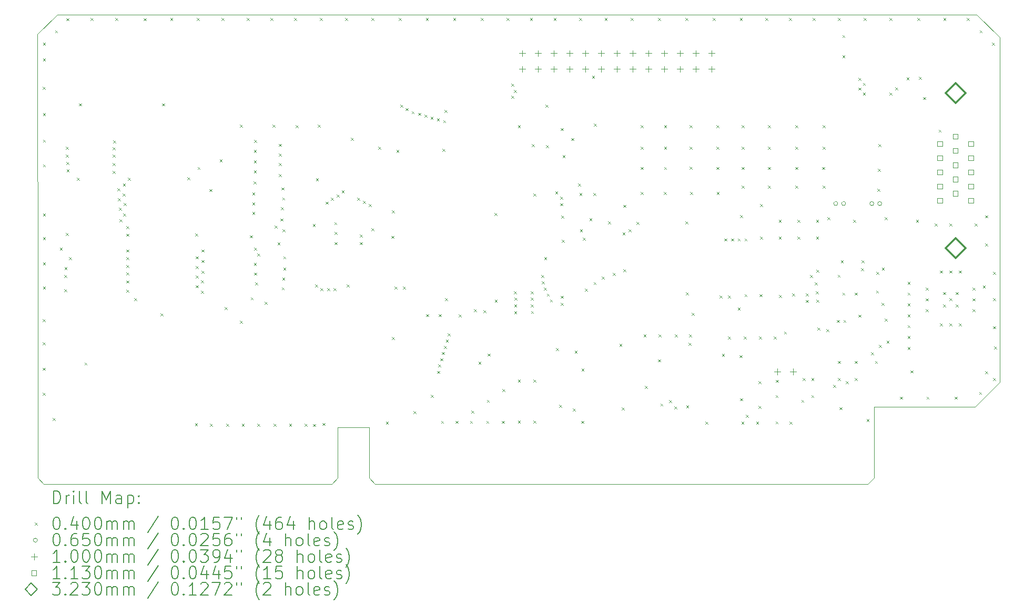
<source format=gbr>
%TF.GenerationSoftware,KiCad,Pcbnew,8.0.5-dirty*%
%TF.CreationDate,2025-01-02T08:28:46-08:00*%
%TF.ProjectId,nightshade,6e696768-7473-4686-9164-652e6b696361,rev?*%
%TF.SameCoordinates,Original*%
%TF.FileFunction,Drillmap*%
%TF.FilePolarity,Positive*%
%FSLAX45Y45*%
G04 Gerber Fmt 4.5, Leading zero omitted, Abs format (unit mm)*
G04 Created by KiCad (PCBNEW 8.0.5-dirty) date 2025-01-02 08:28:46*
%MOMM*%
%LPD*%
G01*
G04 APERTURE LIST*
%ADD10C,0.050000*%
%ADD11C,0.200000*%
%ADD12C,0.100000*%
%ADD13C,0.113000*%
%ADD14C,0.323000*%
G04 APERTURE END LIST*
D10*
X23710000Y-8545000D02*
X23710000Y-14100000D01*
X23315000Y-14495000D01*
X21687500Y-14495000D01*
X21687500Y-15640000D01*
X21592500Y-15735000D01*
X13655000Y-15735000D01*
X13560000Y-15640000D01*
X13560000Y-14825000D01*
X13052500Y-14825000D01*
X13052500Y-15640000D01*
X12957500Y-15735000D01*
X8324998Y-15735000D01*
X8230000Y-15640002D01*
X8230000Y-13199962D01*
X8224013Y-8494479D01*
X8542360Y-8180000D01*
X23345000Y-8180000D01*
X23710000Y-8545000D01*
D11*
D12*
X8305000Y-9339000D02*
X8345000Y-9379000D01*
X8345000Y-9339000D02*
X8305000Y-9379000D01*
X8305000Y-13079000D02*
X8345000Y-13119000D01*
X8345000Y-13079000D02*
X8305000Y-13119000D01*
X8305000Y-13454000D02*
X8345000Y-13494000D01*
X8345000Y-13454000D02*
X8305000Y-13494000D01*
X8305000Y-13865000D02*
X8345000Y-13905000D01*
X8345000Y-13865000D02*
X8305000Y-13905000D01*
X8305000Y-14268000D02*
X8345000Y-14308000D01*
X8345000Y-14268000D02*
X8305000Y-14308000D01*
X8310000Y-8630000D02*
X8350000Y-8670000D01*
X8350000Y-8630000D02*
X8310000Y-8670000D01*
X8310000Y-8879000D02*
X8350000Y-8919000D01*
X8350000Y-8879000D02*
X8310000Y-8919000D01*
X8310000Y-9764000D02*
X8350000Y-9804000D01*
X8350000Y-9764000D02*
X8310000Y-9804000D01*
X8310000Y-10189000D02*
X8350000Y-10229000D01*
X8350000Y-10189000D02*
X8310000Y-10229000D01*
X8310000Y-10588000D02*
X8350000Y-10628000D01*
X8350000Y-10588000D02*
X8310000Y-10628000D01*
X8310000Y-11379000D02*
X8350000Y-11419000D01*
X8350000Y-11379000D02*
X8310000Y-11419000D01*
X8310000Y-11759000D02*
X8350000Y-11799000D01*
X8350000Y-11759000D02*
X8310000Y-11799000D01*
X8310000Y-12170000D02*
X8350000Y-12210000D01*
X8350000Y-12170000D02*
X8310000Y-12210000D01*
X8310000Y-12559000D02*
X8350000Y-12599000D01*
X8350000Y-12559000D02*
X8310000Y-12599000D01*
X8469000Y-14676000D02*
X8509000Y-14716000D01*
X8509000Y-14676000D02*
X8469000Y-14716000D01*
X8505000Y-8430000D02*
X8545000Y-8470000D01*
X8545000Y-8430000D02*
X8505000Y-8470000D01*
X8580000Y-11930000D02*
X8620000Y-11970000D01*
X8620000Y-11930000D02*
X8580000Y-11970000D01*
X8652500Y-12372134D02*
X8692500Y-12412134D01*
X8692500Y-12372134D02*
X8652500Y-12412134D01*
X8652652Y-12597347D02*
X8692652Y-12637347D01*
X8692652Y-12597347D02*
X8652652Y-12637347D01*
X8657699Y-12242301D02*
X8697699Y-12282301D01*
X8697699Y-12242301D02*
X8657699Y-12282301D01*
X8677500Y-10302344D02*
X8717500Y-10342344D01*
X8717500Y-10302344D02*
X8677500Y-10342344D01*
X8680000Y-10430000D02*
X8720000Y-10470000D01*
X8720000Y-10430000D02*
X8680000Y-10470000D01*
X8680200Y-11694528D02*
X8720200Y-11734528D01*
X8720200Y-11694528D02*
X8680200Y-11734528D01*
X8685000Y-8235000D02*
X8725000Y-8275000D01*
X8725000Y-8235000D02*
X8685000Y-8275000D01*
X8685343Y-10549657D02*
X8725343Y-10589657D01*
X8725343Y-10549657D02*
X8685343Y-10589657D01*
X8690000Y-10670000D02*
X8730000Y-10710000D01*
X8730000Y-10670000D02*
X8690000Y-10710000D01*
X8730000Y-12082000D02*
X8770000Y-12122000D01*
X8770000Y-12082000D02*
X8730000Y-12122000D01*
X8855000Y-10802500D02*
X8895000Y-10842500D01*
X8895000Y-10802500D02*
X8855000Y-10842500D01*
X8893143Y-9605000D02*
X8933143Y-9645000D01*
X8933143Y-9605000D02*
X8893143Y-9645000D01*
X8980000Y-13780000D02*
X9020000Y-13820000D01*
X9020000Y-13780000D02*
X8980000Y-13820000D01*
X9075000Y-8230000D02*
X9115000Y-8270000D01*
X9115000Y-8230000D02*
X9075000Y-8270000D01*
X9430000Y-10312800D02*
X9470000Y-10352800D01*
X9470000Y-10312800D02*
X9430000Y-10352800D01*
X9430000Y-10430000D02*
X9470000Y-10470000D01*
X9470000Y-10430000D02*
X9430000Y-10470000D01*
X9430000Y-10566800D02*
X9470000Y-10606800D01*
X9470000Y-10566800D02*
X9430000Y-10606800D01*
X9430000Y-10693800D02*
X9470000Y-10733800D01*
X9470000Y-10693800D02*
X9430000Y-10733800D01*
X9440000Y-10200000D02*
X9480000Y-10240000D01*
X9480000Y-10200000D02*
X9440000Y-10240000D01*
X9474000Y-8230000D02*
X9514000Y-8270000D01*
X9514000Y-8230000D02*
X9474000Y-8270000D01*
X9510000Y-10975000D02*
X9550000Y-11015000D01*
X9550000Y-10975000D02*
X9510000Y-11015000D01*
X9519626Y-11132500D02*
X9559626Y-11172500D01*
X9559626Y-11132500D02*
X9519626Y-11172500D01*
X9536330Y-11287500D02*
X9576330Y-11327500D01*
X9576330Y-11287500D02*
X9536330Y-11327500D01*
X9540432Y-11475249D02*
X9580432Y-11515249D01*
X9580432Y-11475249D02*
X9540432Y-11515249D01*
X9590469Y-11055000D02*
X9630469Y-11095000D01*
X9630469Y-11055000D02*
X9590469Y-11095000D01*
X9596702Y-10900000D02*
X9636702Y-10940000D01*
X9636702Y-10900000D02*
X9596702Y-10940000D01*
X9600000Y-11380000D02*
X9640000Y-11420000D01*
X9640000Y-11380000D02*
X9600000Y-11420000D01*
X9607173Y-11210000D02*
X9647173Y-11250000D01*
X9647173Y-11210000D02*
X9607173Y-11250000D01*
X9655000Y-11580000D02*
X9695000Y-11620000D01*
X9695000Y-11580000D02*
X9655000Y-11620000D01*
X9655000Y-11705000D02*
X9695000Y-11745000D01*
X9695000Y-11705000D02*
X9655000Y-11745000D01*
X9655000Y-11960000D02*
X9695000Y-12000000D01*
X9695000Y-11960000D02*
X9655000Y-12000000D01*
X9655000Y-12080000D02*
X9695000Y-12120000D01*
X9695000Y-12080000D02*
X9655000Y-12120000D01*
X9655000Y-12210000D02*
X9695000Y-12250000D01*
X9695000Y-12210000D02*
X9655000Y-12250000D01*
X9655000Y-12330000D02*
X9695000Y-12370000D01*
X9695000Y-12330000D02*
X9655000Y-12370000D01*
X9655000Y-12460000D02*
X9695000Y-12500000D01*
X9695000Y-12460000D02*
X9655000Y-12500000D01*
X9655000Y-12605000D02*
X9695000Y-12645000D01*
X9695000Y-12605000D02*
X9655000Y-12645000D01*
X9680000Y-10805000D02*
X9720000Y-10845000D01*
X9720000Y-10805000D02*
X9680000Y-10845000D01*
X9777102Y-12742500D02*
X9817102Y-12782500D01*
X9817102Y-12742500D02*
X9777102Y-12782500D01*
X9934000Y-8235000D02*
X9974000Y-8275000D01*
X9974000Y-8235000D02*
X9934000Y-8275000D01*
X10205000Y-12990000D02*
X10245000Y-13030000D01*
X10245000Y-12990000D02*
X10205000Y-13030000D01*
X10225000Y-9605000D02*
X10265000Y-9645000D01*
X10265000Y-9605000D02*
X10225000Y-9645000D01*
X10359000Y-8230000D02*
X10399000Y-8270000D01*
X10399000Y-8230000D02*
X10359000Y-8270000D01*
X10635000Y-10795000D02*
X10675000Y-10835000D01*
X10675000Y-10795000D02*
X10635000Y-10835000D01*
X10757000Y-14758000D02*
X10797000Y-14798000D01*
X10797000Y-14758000D02*
X10757000Y-14798000D01*
X10760000Y-11700000D02*
X10800000Y-11740000D01*
X10800000Y-11700000D02*
X10760000Y-11740000D01*
X10770000Y-12068863D02*
X10810000Y-12108863D01*
X10810000Y-12068863D02*
X10770000Y-12108863D01*
X10770000Y-12378863D02*
X10810000Y-12418863D01*
X10810000Y-12378863D02*
X10770000Y-12418863D01*
X10770000Y-12535383D02*
X10810000Y-12575383D01*
X10810000Y-12535383D02*
X10770000Y-12575383D01*
X10771164Y-12223863D02*
X10811164Y-12263863D01*
X10811164Y-12223863D02*
X10771164Y-12263863D01*
X10784000Y-8230000D02*
X10824000Y-8270000D01*
X10824000Y-8230000D02*
X10784000Y-8270000D01*
X10800000Y-10630000D02*
X10840000Y-10670000D01*
X10840000Y-10630000D02*
X10800000Y-10670000D01*
X10855000Y-12625000D02*
X10895000Y-12665000D01*
X10895000Y-12625000D02*
X10855000Y-12665000D01*
X10856898Y-12457883D02*
X10896898Y-12497883D01*
X10896898Y-12457883D02*
X10856898Y-12497883D01*
X10860000Y-11960000D02*
X10900000Y-12000000D01*
X10900000Y-11960000D02*
X10860000Y-12000000D01*
X10860000Y-12301363D02*
X10900000Y-12341363D01*
X10900000Y-12301363D02*
X10860000Y-12341363D01*
X10861116Y-12129500D02*
X10901116Y-12169500D01*
X10901116Y-12129500D02*
X10861116Y-12169500D01*
X10990000Y-10985000D02*
X11030000Y-11025000D01*
X11030000Y-10985000D02*
X10990000Y-11025000D01*
X11001000Y-14765000D02*
X11041000Y-14805000D01*
X11041000Y-14765000D02*
X11001000Y-14805000D01*
X11155000Y-10505000D02*
X11195000Y-10545000D01*
X11195000Y-10505000D02*
X11155000Y-10545000D01*
X11183000Y-8230000D02*
X11223000Y-8270000D01*
X11223000Y-8230000D02*
X11183000Y-8270000D01*
X11234801Y-12885000D02*
X11274801Y-12925000D01*
X11274801Y-12885000D02*
X11234801Y-12925000D01*
X11258000Y-14765000D02*
X11298000Y-14805000D01*
X11298000Y-14765000D02*
X11258000Y-14805000D01*
X11480000Y-9950000D02*
X11520000Y-9990000D01*
X11520000Y-9950000D02*
X11480000Y-9990000D01*
X11480000Y-13105000D02*
X11520000Y-13145000D01*
X11520000Y-13105000D02*
X11480000Y-13145000D01*
X11510000Y-14765000D02*
X11550000Y-14805000D01*
X11550000Y-14765000D02*
X11510000Y-14805000D01*
X11594000Y-8230000D02*
X11634000Y-8270000D01*
X11634000Y-8230000D02*
X11594000Y-8270000D01*
X11640000Y-11732000D02*
X11680000Y-11772000D01*
X11680000Y-11732000D02*
X11640000Y-11772000D01*
X11655000Y-12730000D02*
X11695000Y-12770000D01*
X11695000Y-12730000D02*
X11655000Y-12770000D01*
X11680000Y-11038000D02*
X11720000Y-11078000D01*
X11720000Y-11038000D02*
X11680000Y-11078000D01*
X11680000Y-11200000D02*
X11720000Y-11240000D01*
X11720000Y-11200000D02*
X11680000Y-11240000D01*
X11680000Y-11355000D02*
X11720000Y-11395000D01*
X11720000Y-11355000D02*
X11680000Y-11395000D01*
X11698405Y-10864500D02*
X11738405Y-10904500D01*
X11738405Y-10864500D02*
X11698405Y-10904500D01*
X11705000Y-10355000D02*
X11745000Y-10395000D01*
X11745000Y-10355000D02*
X11705000Y-10395000D01*
X11705000Y-10525000D02*
X11745000Y-10565000D01*
X11745000Y-10525000D02*
X11705000Y-10565000D01*
X11705000Y-10682500D02*
X11745000Y-10722500D01*
X11745000Y-10682500D02*
X11705000Y-10722500D01*
X11706354Y-12176173D02*
X11746354Y-12216173D01*
X11746354Y-12176173D02*
X11706354Y-12216173D01*
X11707127Y-11931568D02*
X11747127Y-11971568D01*
X11747127Y-11931568D02*
X11707127Y-11971568D01*
X11707487Y-10195000D02*
X11747487Y-10235000D01*
X11747487Y-10195000D02*
X11707487Y-10235000D01*
X11707500Y-12331173D02*
X11747500Y-12371173D01*
X11747500Y-12331173D02*
X11707500Y-12371173D01*
X11727763Y-12491000D02*
X11767763Y-12531000D01*
X11767763Y-12491000D02*
X11727763Y-12531000D01*
X11762969Y-12020487D02*
X11802969Y-12060487D01*
X11802969Y-12020487D02*
X11762969Y-12060487D01*
X11763000Y-14765000D02*
X11803000Y-14805000D01*
X11803000Y-14765000D02*
X11763000Y-14805000D01*
X11880000Y-12805000D02*
X11920000Y-12845000D01*
X11920000Y-12805000D02*
X11880000Y-12845000D01*
X11974000Y-8230000D02*
X12014000Y-8270000D01*
X12014000Y-8230000D02*
X11974000Y-8270000D01*
X12005000Y-9950000D02*
X12045000Y-9990000D01*
X12045000Y-9950000D02*
X12005000Y-9990000D01*
X12022000Y-14765000D02*
X12062000Y-14805000D01*
X12062000Y-14765000D02*
X12022000Y-14805000D01*
X12040000Y-11574000D02*
X12080000Y-11614000D01*
X12080000Y-11574000D02*
X12040000Y-11614000D01*
X12085199Y-11845199D02*
X12125199Y-11885199D01*
X12125199Y-11845199D02*
X12085199Y-11885199D01*
X12105000Y-10747500D02*
X12145000Y-10787500D01*
X12145000Y-10747500D02*
X12105000Y-10787500D01*
X12105199Y-10257500D02*
X12145199Y-10297500D01*
X12145199Y-10257500D02*
X12105199Y-10297500D01*
X12105199Y-10567500D02*
X12145199Y-10607500D01*
X12145199Y-10567500D02*
X12105199Y-10607500D01*
X12109159Y-10412500D02*
X12149159Y-10452500D01*
X12149159Y-10412500D02*
X12109159Y-10452500D01*
X12130000Y-11460000D02*
X12170000Y-11500000D01*
X12170000Y-11460000D02*
X12130000Y-11500000D01*
X12139938Y-11277500D02*
X12179938Y-11317500D01*
X12179938Y-11277500D02*
X12139938Y-11317500D01*
X12152553Y-10961108D02*
X12192553Y-11001108D01*
X12192553Y-10961108D02*
X12152553Y-11001108D01*
X12152997Y-12568500D02*
X12192997Y-12608500D01*
X12192997Y-12568500D02*
X12152997Y-12608500D01*
X12161595Y-12413500D02*
X12201595Y-12453500D01*
X12201595Y-12413500D02*
X12161595Y-12453500D01*
X12162164Y-11122500D02*
X12202164Y-11162500D01*
X12202164Y-11122500D02*
X12162164Y-11162500D01*
X12165725Y-11636060D02*
X12205725Y-11676060D01*
X12205725Y-11636060D02*
X12165725Y-11676060D01*
X12180000Y-12070487D02*
X12220000Y-12110487D01*
X12220000Y-12070487D02*
X12180000Y-12110487D01*
X12180000Y-12253673D02*
X12220000Y-12293673D01*
X12220000Y-12253673D02*
X12180000Y-12293673D01*
X12272000Y-14765000D02*
X12312000Y-14805000D01*
X12312000Y-14765000D02*
X12272000Y-14805000D01*
X12354000Y-8230000D02*
X12394000Y-8270000D01*
X12394000Y-8230000D02*
X12354000Y-8270000D01*
X12380000Y-9955000D02*
X12420000Y-9995000D01*
X12420000Y-9955000D02*
X12380000Y-9995000D01*
X12524000Y-14765000D02*
X12564000Y-14805000D01*
X12564000Y-14765000D02*
X12524000Y-14805000D01*
X12652500Y-11548850D02*
X12692500Y-11588850D01*
X12692500Y-11548850D02*
X12652500Y-11588850D01*
X12660000Y-14770000D02*
X12700000Y-14810000D01*
X12700000Y-14770000D02*
X12660000Y-14810000D01*
X12689089Y-12525329D02*
X12729089Y-12565329D01*
X12729089Y-12525329D02*
X12689089Y-12565329D01*
X12704500Y-10815442D02*
X12744500Y-10855442D01*
X12744500Y-10815442D02*
X12704500Y-10855442D01*
X12735000Y-9950000D02*
X12775000Y-9990000D01*
X12775000Y-9950000D02*
X12735000Y-9990000D01*
X12765000Y-8230000D02*
X12805000Y-8270000D01*
X12805000Y-8230000D02*
X12765000Y-8270000D01*
X12778733Y-12580000D02*
X12818733Y-12620000D01*
X12818733Y-12580000D02*
X12778733Y-12620000D01*
X12812699Y-14752699D02*
X12852699Y-14792699D01*
X12852699Y-14752699D02*
X12812699Y-14792699D01*
X12863232Y-11189312D02*
X12903232Y-11229312D01*
X12903232Y-11189312D02*
X12863232Y-11229312D01*
X12883733Y-12580000D02*
X12923733Y-12620000D01*
X12923733Y-12580000D02*
X12883733Y-12620000D01*
X12944790Y-11123181D02*
X12984790Y-11163181D01*
X12984790Y-11123181D02*
X12944790Y-11163181D01*
X12988734Y-12580000D02*
X13028734Y-12620000D01*
X13028734Y-12580000D02*
X12988734Y-12620000D01*
X13000000Y-11520000D02*
X13040000Y-11560000D01*
X13040000Y-11520000D02*
X13000000Y-11560000D01*
X13005000Y-11674556D02*
X13045000Y-11714556D01*
X13045000Y-11674556D02*
X13005000Y-11714556D01*
X13005000Y-11840000D02*
X13045000Y-11880000D01*
X13045000Y-11840000D02*
X13005000Y-11880000D01*
X13037121Y-11073181D02*
X13077121Y-11113181D01*
X13077121Y-11073181D02*
X13037121Y-11113181D01*
X13118810Y-11007210D02*
X13158810Y-11047210D01*
X13158810Y-11007210D02*
X13118810Y-11047210D01*
X13175000Y-8230000D02*
X13215000Y-8270000D01*
X13215000Y-8230000D02*
X13175000Y-8270000D01*
X13200000Y-12525000D02*
X13240000Y-12565000D01*
X13240000Y-12525000D02*
X13200000Y-12565000D01*
X13270000Y-10160000D02*
X13310000Y-10200000D01*
X13310000Y-10160000D02*
X13270000Y-10200000D01*
X13370000Y-11127500D02*
X13410000Y-11167500D01*
X13410000Y-11127500D02*
X13370000Y-11167500D01*
X13409469Y-11841247D02*
X13449469Y-11881247D01*
X13449469Y-11841247D02*
X13409469Y-11881247D01*
X13410000Y-11720000D02*
X13450000Y-11760000D01*
X13450000Y-11720000D02*
X13410000Y-11760000D01*
X13463550Y-11177500D02*
X13503550Y-11217500D01*
X13503550Y-11177500D02*
X13463550Y-11217500D01*
X13555881Y-11227500D02*
X13595881Y-11267500D01*
X13595881Y-11227500D02*
X13555881Y-11267500D01*
X13595000Y-8230000D02*
X13635000Y-8270000D01*
X13635000Y-8230000D02*
X13595000Y-8270000D01*
X13595000Y-11615000D02*
X13635000Y-11655000D01*
X13635000Y-11615000D02*
X13595000Y-11655000D01*
X13707000Y-10303000D02*
X13747000Y-10343000D01*
X13747000Y-10303000D02*
X13707000Y-10343000D01*
X13830000Y-14730000D02*
X13870000Y-14770000D01*
X13870000Y-14730000D02*
X13830000Y-14770000D01*
X13920000Y-11740000D02*
X13960000Y-11780000D01*
X13960000Y-11740000D02*
X13920000Y-11780000D01*
X13930000Y-13370000D02*
X13970000Y-13410000D01*
X13970000Y-13370000D02*
X13930000Y-13410000D01*
X13930002Y-11329981D02*
X13970002Y-11369981D01*
X13970002Y-11329981D02*
X13930002Y-11369981D01*
X13968890Y-12553890D02*
X14008890Y-12593890D01*
X14008890Y-12553890D02*
X13968890Y-12593890D01*
X14000000Y-10355000D02*
X14040000Y-10395000D01*
X14040000Y-10355000D02*
X14000000Y-10395000D01*
X14035000Y-8230000D02*
X14075000Y-8270000D01*
X14075000Y-8230000D02*
X14035000Y-8270000D01*
X14060202Y-9626091D02*
X14100202Y-9666091D01*
X14100202Y-9626091D02*
X14060202Y-9666091D01*
X14105000Y-12555000D02*
X14145000Y-12595000D01*
X14145000Y-12555000D02*
X14105000Y-12595000D01*
X14148889Y-9682301D02*
X14188889Y-9722301D01*
X14188889Y-9682301D02*
X14148889Y-9722301D01*
X14244870Y-9732301D02*
X14284870Y-9772301D01*
X14284870Y-9732301D02*
X14244870Y-9772301D01*
X14277000Y-14566000D02*
X14317000Y-14606000D01*
X14317000Y-14566000D02*
X14277000Y-14606000D01*
X14349037Y-9759371D02*
X14389037Y-9799371D01*
X14389037Y-9759371D02*
X14349037Y-9799371D01*
X14449680Y-9789303D02*
X14489680Y-9829303D01*
X14489680Y-9789303D02*
X14449680Y-9829303D01*
X14475000Y-8230000D02*
X14515000Y-8270000D01*
X14515000Y-8230000D02*
X14475000Y-8270000D01*
X14477219Y-13000000D02*
X14517219Y-13040000D01*
X14517219Y-13000000D02*
X14477219Y-13040000D01*
X14550323Y-9819236D02*
X14590323Y-9859236D01*
X14590323Y-9819236D02*
X14550323Y-9859236D01*
X14555000Y-14300000D02*
X14595000Y-14340000D01*
X14595000Y-14300000D02*
X14555000Y-14340000D01*
X14650967Y-9849169D02*
X14690967Y-9889169D01*
X14690967Y-9849169D02*
X14650967Y-9889169D01*
X14653795Y-13915581D02*
X14693795Y-13955581D01*
X14693795Y-13915581D02*
X14653795Y-13955581D01*
X14674834Y-13812710D02*
X14714834Y-13852710D01*
X14714834Y-13812710D02*
X14674834Y-13852710D01*
X14680000Y-13000000D02*
X14720000Y-13040000D01*
X14720000Y-13000000D02*
X14680000Y-13040000D01*
X14704766Y-13712067D02*
X14744766Y-13752067D01*
X14744766Y-13712067D02*
X14704766Y-13752067D01*
X14720000Y-14720000D02*
X14760000Y-14760000D01*
X14760000Y-14720000D02*
X14720000Y-14760000D01*
X14734699Y-13611423D02*
X14774699Y-13651423D01*
X14774699Y-13611423D02*
X14734699Y-13651423D01*
X14740000Y-10340000D02*
X14780000Y-10380000D01*
X14780000Y-10340000D02*
X14740000Y-10380000D01*
X14752500Y-9875927D02*
X14792500Y-9915927D01*
X14792500Y-9875927D02*
X14752500Y-9915927D01*
X14764631Y-13510780D02*
X14804631Y-13550780D01*
X14804631Y-13510780D02*
X14764631Y-13550780D01*
X14775000Y-9710000D02*
X14815000Y-9750000D01*
X14815000Y-9710000D02*
X14775000Y-9750000D01*
X14780000Y-12740000D02*
X14820000Y-12780000D01*
X14820000Y-12740000D02*
X14780000Y-12780000D01*
X14794564Y-13410137D02*
X14834564Y-13450137D01*
X14834564Y-13410137D02*
X14794564Y-13450137D01*
X14824500Y-13309490D02*
X14864500Y-13349490D01*
X14864500Y-13309490D02*
X14824500Y-13349490D01*
X14915000Y-8230000D02*
X14955000Y-8270000D01*
X14955000Y-8230000D02*
X14915000Y-8270000D01*
X14950000Y-14720000D02*
X14990000Y-14760000D01*
X14990000Y-14720000D02*
X14950000Y-14760000D01*
X15000287Y-13007500D02*
X15040287Y-13047500D01*
X15040287Y-13007500D02*
X15000287Y-13047500D01*
X15185000Y-14720000D02*
X15225000Y-14760000D01*
X15225000Y-14720000D02*
X15185000Y-14760000D01*
X15205000Y-14555000D02*
X15245000Y-14595000D01*
X15245000Y-14555000D02*
X15205000Y-14595000D01*
X15250000Y-12921950D02*
X15290000Y-12961950D01*
X15290000Y-12921950D02*
X15250000Y-12961950D01*
X15320000Y-13770000D02*
X15360000Y-13810000D01*
X15360000Y-13770000D02*
X15320000Y-13810000D01*
X15360000Y-8230000D02*
X15400000Y-8270000D01*
X15400000Y-8230000D02*
X15360000Y-8270000D01*
X15400000Y-12940000D02*
X15440000Y-12980000D01*
X15440000Y-12940000D02*
X15400000Y-12980000D01*
X15447500Y-14720000D02*
X15487500Y-14760000D01*
X15487500Y-14720000D02*
X15447500Y-14760000D01*
X15455000Y-14380000D02*
X15495000Y-14420000D01*
X15495000Y-14380000D02*
X15455000Y-14420000D01*
X15470000Y-13635000D02*
X15510000Y-13675000D01*
X15510000Y-13635000D02*
X15470000Y-13675000D01*
X15580000Y-11370000D02*
X15620000Y-11410000D01*
X15620000Y-11370000D02*
X15580000Y-11410000D01*
X15584000Y-12769000D02*
X15624000Y-12809000D01*
X15624000Y-12769000D02*
X15584000Y-12809000D01*
X15697500Y-14720000D02*
X15737500Y-14760000D01*
X15737500Y-14720000D02*
X15697500Y-14760000D01*
X15705000Y-14205000D02*
X15745000Y-14245000D01*
X15745000Y-14205000D02*
X15705000Y-14245000D01*
X15771000Y-8230000D02*
X15811000Y-8270000D01*
X15811000Y-8230000D02*
X15771000Y-8270000D01*
X15847500Y-9482858D02*
X15887500Y-9522858D01*
X15887500Y-9482858D02*
X15847500Y-9522858D01*
X15849412Y-9290921D02*
X15889412Y-9330921D01*
X15889412Y-9290921D02*
X15849412Y-9330921D01*
X15891047Y-9387314D02*
X15931047Y-9427314D01*
X15931047Y-9387314D02*
X15891047Y-9427314D01*
X15894430Y-12630503D02*
X15934430Y-12670503D01*
X15934430Y-12630503D02*
X15894430Y-12670503D01*
X15895500Y-12952200D02*
X15935500Y-12992200D01*
X15935500Y-12952200D02*
X15895500Y-12992200D01*
X15896486Y-12846074D02*
X15936486Y-12886074D01*
X15936486Y-12846074D02*
X15896486Y-12886074D01*
X15897500Y-12735458D02*
X15937500Y-12775458D01*
X15937500Y-12735458D02*
X15897500Y-12775458D01*
X15955000Y-9955000D02*
X15995000Y-9995000D01*
X15995000Y-9955000D02*
X15955000Y-9995000D01*
X15955000Y-14055000D02*
X15995000Y-14095000D01*
X15995000Y-14055000D02*
X15955000Y-14095000D01*
X15955000Y-14717500D02*
X15995000Y-14757500D01*
X15995000Y-14717500D02*
X15955000Y-14757500D01*
X16151000Y-8230000D02*
X16191000Y-8270000D01*
X16191000Y-8230000D02*
X16151000Y-8270000D01*
X16164964Y-12845011D02*
X16204964Y-12885011D01*
X16204964Y-12845011D02*
X16164964Y-12885011D01*
X16165000Y-12630000D02*
X16205000Y-12670000D01*
X16205000Y-12630000D02*
X16165000Y-12670000D01*
X16165000Y-12735000D02*
X16205000Y-12775000D01*
X16205000Y-12735000D02*
X16165000Y-12775000D01*
X16166500Y-12950000D02*
X16206500Y-12990000D01*
X16206500Y-12950000D02*
X16166500Y-12990000D01*
X16179326Y-10260759D02*
X16219326Y-10300759D01*
X16219326Y-10260759D02*
X16179326Y-10300759D01*
X16202500Y-14717500D02*
X16242500Y-14757500D01*
X16242500Y-14717500D02*
X16202500Y-14757500D01*
X16205000Y-11055000D02*
X16245000Y-11095000D01*
X16245000Y-11055000D02*
X16205000Y-11095000D01*
X16205000Y-14055000D02*
X16245000Y-14095000D01*
X16245000Y-14055000D02*
X16205000Y-14095000D01*
X16330000Y-12369088D02*
X16370000Y-12409088D01*
X16370000Y-12369088D02*
X16330000Y-12409088D01*
X16342630Y-12473326D02*
X16382630Y-12513326D01*
X16382630Y-12473326D02*
X16342630Y-12513326D01*
X16377623Y-12572324D02*
X16417623Y-12612324D01*
X16417623Y-12572324D02*
X16377623Y-12612324D01*
X16380000Y-12080000D02*
X16420000Y-12120000D01*
X16420000Y-12080000D02*
X16380000Y-12120000D01*
X16400000Y-9625772D02*
X16440000Y-9665772D01*
X16440000Y-9625772D02*
X16400000Y-9665772D01*
X16408829Y-10276629D02*
X16448829Y-10316629D01*
X16448829Y-10276629D02*
X16408829Y-10316629D01*
X16421500Y-12672001D02*
X16461500Y-12712001D01*
X16461500Y-12672001D02*
X16421500Y-12712001D01*
X16472500Y-12763784D02*
X16512500Y-12803784D01*
X16512500Y-12763784D02*
X16472500Y-12803784D01*
X16531000Y-8230000D02*
X16571000Y-8270000D01*
X16571000Y-8230000D02*
X16531000Y-8270000D01*
X16557500Y-11024000D02*
X16597500Y-11064000D01*
X16597500Y-11024000D02*
X16557500Y-11064000D01*
X16570000Y-13550000D02*
X16610000Y-13590000D01*
X16610000Y-13550000D02*
X16570000Y-13590000D01*
X16620000Y-14460000D02*
X16660000Y-14500000D01*
X16660000Y-14460000D02*
X16620000Y-14500000D01*
X16635000Y-11109000D02*
X16675000Y-11149000D01*
X16675000Y-11109000D02*
X16635000Y-11149000D01*
X16635000Y-11215000D02*
X16675000Y-11255000D01*
X16675000Y-11215000D02*
X16635000Y-11255000D01*
X16645578Y-12705000D02*
X16685578Y-12745000D01*
X16685578Y-12705000D02*
X16645578Y-12745000D01*
X16647500Y-10005000D02*
X16687500Y-10045000D01*
X16687500Y-10005000D02*
X16647500Y-10045000D01*
X16647707Y-12816730D02*
X16687707Y-12856730D01*
X16687707Y-12816730D02*
X16647707Y-12856730D01*
X16655999Y-11414001D02*
X16695999Y-11454001D01*
X16695999Y-11414001D02*
X16655999Y-11454001D01*
X16665000Y-11805000D02*
X16705000Y-11845000D01*
X16705000Y-11805000D02*
X16665000Y-11845000D01*
X16675000Y-10440000D02*
X16715000Y-10480000D01*
X16715000Y-10440000D02*
X16675000Y-10480000D01*
X16815000Y-10165000D02*
X16855000Y-10205000D01*
X16855000Y-10165000D02*
X16815000Y-10205000D01*
X16843000Y-14520000D02*
X16883000Y-14560000D01*
X16883000Y-14520000D02*
X16843000Y-14560000D01*
X16870000Y-13590000D02*
X16910000Y-13630000D01*
X16910000Y-13590000D02*
X16870000Y-13630000D01*
X16925987Y-10895000D02*
X16965987Y-10935000D01*
X16965987Y-10895000D02*
X16925987Y-10935000D01*
X16942000Y-8230000D02*
X16982000Y-8270000D01*
X16982000Y-8230000D02*
X16942000Y-8270000D01*
X16945888Y-11049878D02*
X16985888Y-11089878D01*
X16985888Y-11049878D02*
X16945888Y-11089878D01*
X16955176Y-11635752D02*
X16995176Y-11675752D01*
X16995176Y-11635752D02*
X16955176Y-11675752D01*
X16977500Y-14720000D02*
X17017500Y-14760000D01*
X17017500Y-14720000D02*
X16977500Y-14760000D01*
X16980000Y-13880000D02*
X17020000Y-13920000D01*
X17020000Y-13880000D02*
X16980000Y-13920000D01*
X17001085Y-11771671D02*
X17041085Y-11811671D01*
X17041085Y-11771671D02*
X17001085Y-11811671D01*
X17037102Y-12587500D02*
X17077102Y-12627500D01*
X17077102Y-12587500D02*
X17037102Y-12627500D01*
X17106250Y-11453750D02*
X17146250Y-11493750D01*
X17146250Y-11453750D02*
X17106250Y-11493750D01*
X17150000Y-9160000D02*
X17190000Y-9200000D01*
X17190000Y-9160000D02*
X17150000Y-9200000D01*
X17170000Y-11050000D02*
X17210000Y-11090000D01*
X17210000Y-11050000D02*
X17170000Y-11090000D01*
X17175199Y-12484801D02*
X17215199Y-12524801D01*
X17215199Y-12484801D02*
X17175199Y-12524801D01*
X17180000Y-9930000D02*
X17220000Y-9970000D01*
X17220000Y-9930000D02*
X17180000Y-9970000D01*
X17307102Y-12397500D02*
X17347102Y-12437500D01*
X17347102Y-12397500D02*
X17307102Y-12437500D01*
X17352000Y-8230000D02*
X17392000Y-8270000D01*
X17392000Y-8230000D02*
X17352000Y-8270000D01*
X17405000Y-11505000D02*
X17445000Y-11545000D01*
X17445000Y-11505000D02*
X17405000Y-11545000D01*
X17486102Y-12336500D02*
X17526102Y-12376500D01*
X17526102Y-12336500D02*
X17486102Y-12376500D01*
X17590000Y-13480000D02*
X17630000Y-13520000D01*
X17630000Y-13480000D02*
X17590000Y-13520000D01*
X17630000Y-14505000D02*
X17670000Y-14545000D01*
X17670000Y-14505000D02*
X17630000Y-14545000D01*
X17640000Y-11682500D02*
X17680000Y-11722500D01*
X17680000Y-11682500D02*
X17640000Y-11722500D01*
X17652500Y-11240000D02*
X17692500Y-11280000D01*
X17692500Y-11240000D02*
X17652500Y-11280000D01*
X17654602Y-12280000D02*
X17694602Y-12320000D01*
X17694602Y-12280000D02*
X17654602Y-12320000D01*
X17738315Y-11632500D02*
X17778315Y-11672500D01*
X17778315Y-11632500D02*
X17738315Y-11672500D01*
X17772000Y-8230000D02*
X17812000Y-8270000D01*
X17812000Y-8230000D02*
X17772000Y-8270000D01*
X17865900Y-11515214D02*
X17905900Y-11555214D01*
X17905900Y-11515214D02*
X17865900Y-11555214D01*
X17930000Y-9955000D02*
X17970000Y-9995000D01*
X17970000Y-9955000D02*
X17930000Y-9995000D01*
X17930000Y-10305000D02*
X17970000Y-10345000D01*
X17970000Y-10305000D02*
X17930000Y-10345000D01*
X17930000Y-10630000D02*
X17970000Y-10670000D01*
X17970000Y-10630000D02*
X17930000Y-10670000D01*
X17930000Y-11030000D02*
X17970000Y-11070000D01*
X17970000Y-11030000D02*
X17930000Y-11070000D01*
X17980000Y-13330000D02*
X18020000Y-13370000D01*
X18020000Y-13330000D02*
X17980000Y-13370000D01*
X18002475Y-14155867D02*
X18042475Y-14195867D01*
X18042475Y-14155867D02*
X18002475Y-14195867D01*
X18212000Y-8230000D02*
X18252000Y-8270000D01*
X18252000Y-8230000D02*
X18212000Y-8270000D01*
X18212500Y-13730000D02*
X18252500Y-13770000D01*
X18252500Y-13730000D02*
X18212500Y-13770000D01*
X18220000Y-13330000D02*
X18260000Y-13370000D01*
X18260000Y-13330000D02*
X18220000Y-13370000D01*
X18251051Y-14441449D02*
X18291051Y-14481449D01*
X18291051Y-14441449D02*
X18251051Y-14481449D01*
X18305000Y-11030000D02*
X18345000Y-11070000D01*
X18345000Y-11030000D02*
X18305000Y-11070000D01*
X18310000Y-9955000D02*
X18350000Y-9995000D01*
X18350000Y-9955000D02*
X18310000Y-9995000D01*
X18310000Y-10305000D02*
X18350000Y-10345000D01*
X18350000Y-10305000D02*
X18310000Y-10345000D01*
X18310000Y-10630000D02*
X18350000Y-10670000D01*
X18350000Y-10630000D02*
X18310000Y-10670000D01*
X18390000Y-14387500D02*
X18430000Y-14427500D01*
X18430000Y-14387500D02*
X18390000Y-14427500D01*
X18474844Y-14485156D02*
X18514844Y-14525156D01*
X18514844Y-14485156D02*
X18474844Y-14525156D01*
X18480000Y-13330000D02*
X18520000Y-13370000D01*
X18520000Y-13330000D02*
X18480000Y-13370000D01*
X18652000Y-8230000D02*
X18692000Y-8270000D01*
X18692000Y-8230000D02*
X18652000Y-8270000D01*
X18655000Y-11505000D02*
X18695000Y-11545000D01*
X18695000Y-11505000D02*
X18655000Y-11545000D01*
X18658850Y-12651150D02*
X18698850Y-12691150D01*
X18698850Y-12651150D02*
X18658850Y-12691150D01*
X18665000Y-14467500D02*
X18705000Y-14507500D01*
X18705000Y-14467500D02*
X18665000Y-14507500D01*
X18705000Y-13460000D02*
X18745000Y-13500000D01*
X18745000Y-13460000D02*
X18705000Y-13500000D01*
X18708699Y-13326301D02*
X18748699Y-13366301D01*
X18748699Y-13326301D02*
X18708699Y-13366301D01*
X18720000Y-9955000D02*
X18760000Y-9995000D01*
X18760000Y-9955000D02*
X18720000Y-9995000D01*
X18720000Y-10305000D02*
X18760000Y-10345000D01*
X18760000Y-10305000D02*
X18720000Y-10345000D01*
X18720000Y-10625000D02*
X18760000Y-10665000D01*
X18760000Y-10625000D02*
X18720000Y-10665000D01*
X18730000Y-11030000D02*
X18770000Y-11070000D01*
X18770000Y-11030000D02*
X18730000Y-11070000D01*
X18755000Y-12980000D02*
X18795000Y-13020000D01*
X18795000Y-12980000D02*
X18755000Y-13020000D01*
X18971199Y-14731301D02*
X19011199Y-14771301D01*
X19011199Y-14731301D02*
X18971199Y-14771301D01*
X19092000Y-8230000D02*
X19132000Y-8270000D01*
X19132000Y-8230000D02*
X19092000Y-8270000D01*
X19150000Y-9955000D02*
X19190000Y-9995000D01*
X19190000Y-9955000D02*
X19150000Y-9995000D01*
X19150000Y-10305000D02*
X19190000Y-10345000D01*
X19190000Y-10305000D02*
X19150000Y-10345000D01*
X19150000Y-10630000D02*
X19190000Y-10670000D01*
X19190000Y-10630000D02*
X19150000Y-10670000D01*
X19155000Y-11030000D02*
X19195000Y-11070000D01*
X19195000Y-11030000D02*
X19155000Y-11070000D01*
X19205000Y-12700000D02*
X19245000Y-12740000D01*
X19245000Y-12700000D02*
X19205000Y-12740000D01*
X19240129Y-13640760D02*
X19280129Y-13680760D01*
X19280129Y-13640760D02*
X19240129Y-13680760D01*
X19276195Y-11782500D02*
X19316195Y-11822500D01*
X19316195Y-11782500D02*
X19276195Y-11822500D01*
X19335500Y-12700000D02*
X19375500Y-12740000D01*
X19375500Y-12700000D02*
X19335500Y-12740000D01*
X19337500Y-13360000D02*
X19377500Y-13400000D01*
X19377500Y-13360000D02*
X19337500Y-13400000D01*
X19385797Y-11782500D02*
X19425797Y-11822500D01*
X19425797Y-11782500D02*
X19385797Y-11822500D01*
X19494000Y-12895000D02*
X19534000Y-12935000D01*
X19534000Y-12895000D02*
X19494000Y-12935000D01*
X19495399Y-11782500D02*
X19535399Y-11822500D01*
X19535399Y-11782500D02*
X19495399Y-11822500D01*
X19525000Y-13662500D02*
X19565000Y-13702500D01*
X19565000Y-13662500D02*
X19525000Y-13702500D01*
X19528000Y-8230000D02*
X19568000Y-8270000D01*
X19568000Y-8230000D02*
X19528000Y-8270000D01*
X19530000Y-11405000D02*
X19570000Y-11445000D01*
X19570000Y-11405000D02*
X19530000Y-11445000D01*
X19530000Y-14355000D02*
X19570000Y-14395000D01*
X19570000Y-14355000D02*
X19530000Y-14395000D01*
X19555000Y-14730000D02*
X19595000Y-14770000D01*
X19595000Y-14730000D02*
X19555000Y-14770000D01*
X19560000Y-9955000D02*
X19600000Y-9995000D01*
X19600000Y-9955000D02*
X19560000Y-9995000D01*
X19560000Y-10305000D02*
X19600000Y-10345000D01*
X19600000Y-10305000D02*
X19560000Y-10345000D01*
X19560000Y-10630000D02*
X19600000Y-10670000D01*
X19600000Y-10630000D02*
X19560000Y-10670000D01*
X19560000Y-10930000D02*
X19600000Y-10970000D01*
X19600000Y-10930000D02*
X19560000Y-10970000D01*
X19590000Y-13362500D02*
X19630000Y-13402500D01*
X19630000Y-13362500D02*
X19590000Y-13402500D01*
X19605000Y-11782500D02*
X19645000Y-11822500D01*
X19645000Y-11782500D02*
X19605000Y-11822500D01*
X19605000Y-12680000D02*
X19645000Y-12720000D01*
X19645000Y-12680000D02*
X19605000Y-12720000D01*
X19627500Y-14620000D02*
X19667500Y-14660000D01*
X19667500Y-14620000D02*
X19627500Y-14660000D01*
X19790000Y-14730000D02*
X19830000Y-14770000D01*
X19830000Y-14730000D02*
X19790000Y-14770000D01*
X19830000Y-14080000D02*
X19870000Y-14120000D01*
X19870000Y-14080000D02*
X19830000Y-14120000D01*
X19830000Y-14480000D02*
X19870000Y-14520000D01*
X19870000Y-14480000D02*
X19830000Y-14520000D01*
X19835000Y-13360000D02*
X19875000Y-13400000D01*
X19875000Y-13360000D02*
X19835000Y-13400000D01*
X19843500Y-12680000D02*
X19883500Y-12720000D01*
X19883500Y-12680000D02*
X19843500Y-12720000D01*
X19855000Y-11230000D02*
X19895000Y-11270000D01*
X19895000Y-11230000D02*
X19855000Y-11270000D01*
X19855000Y-11755000D02*
X19895000Y-11795000D01*
X19895000Y-11755000D02*
X19855000Y-11795000D01*
X19939000Y-8230000D02*
X19979000Y-8270000D01*
X19979000Y-8230000D02*
X19939000Y-8270000D01*
X19980000Y-9955000D02*
X20020000Y-9995000D01*
X20020000Y-9955000D02*
X19980000Y-9995000D01*
X19980000Y-10305000D02*
X20020000Y-10345000D01*
X20020000Y-10305000D02*
X19980000Y-10345000D01*
X19980000Y-10630000D02*
X20020000Y-10670000D01*
X20020000Y-10630000D02*
X19980000Y-10670000D01*
X19980000Y-10930000D02*
X20020000Y-10970000D01*
X20020000Y-10930000D02*
X19980000Y-10970000D01*
X20076449Y-13361051D02*
X20116449Y-13401051D01*
X20116449Y-13361051D02*
X20076449Y-13401051D01*
X20105000Y-14305000D02*
X20145000Y-14345000D01*
X20145000Y-14305000D02*
X20105000Y-14345000D01*
X20105000Y-14729000D02*
X20145000Y-14769000D01*
X20145000Y-14729000D02*
X20105000Y-14769000D01*
X20110000Y-14060000D02*
X20150000Y-14100000D01*
X20150000Y-14060000D02*
X20110000Y-14100000D01*
X20155000Y-11480000D02*
X20195000Y-11520000D01*
X20195000Y-11480000D02*
X20155000Y-11520000D01*
X20155000Y-11755000D02*
X20195000Y-11795000D01*
X20195000Y-11755000D02*
X20155000Y-11795000D01*
X20157678Y-12693747D02*
X20197678Y-12733747D01*
X20197678Y-12693747D02*
X20157678Y-12733747D01*
X20240000Y-13280000D02*
X20280000Y-13320000D01*
X20280000Y-13280000D02*
X20240000Y-13320000D01*
X20319000Y-8230000D02*
X20359000Y-8270000D01*
X20359000Y-8230000D02*
X20319000Y-8270000D01*
X20327500Y-14730000D02*
X20367500Y-14770000D01*
X20367500Y-14730000D02*
X20327500Y-14770000D01*
X20373918Y-12666082D02*
X20413918Y-12706082D01*
X20413918Y-12666082D02*
X20373918Y-12706082D01*
X20420000Y-9955000D02*
X20460000Y-9995000D01*
X20460000Y-9955000D02*
X20420000Y-9995000D01*
X20420000Y-10305000D02*
X20460000Y-10345000D01*
X20460000Y-10305000D02*
X20420000Y-10345000D01*
X20420000Y-10630000D02*
X20460000Y-10670000D01*
X20460000Y-10630000D02*
X20420000Y-10670000D01*
X20420000Y-10930000D02*
X20460000Y-10970000D01*
X20460000Y-10930000D02*
X20420000Y-10970000D01*
X20455000Y-11480000D02*
X20495000Y-11520000D01*
X20495000Y-11480000D02*
X20455000Y-11520000D01*
X20455000Y-11755000D02*
X20495000Y-11795000D01*
X20495000Y-11755000D02*
X20455000Y-11795000D01*
X20520000Y-14380000D02*
X20560000Y-14420000D01*
X20560000Y-14380000D02*
X20520000Y-14420000D01*
X20540000Y-14030000D02*
X20580000Y-14070000D01*
X20580000Y-14030000D02*
X20540000Y-14070000D01*
X20588813Y-12771375D02*
X20628813Y-12811375D01*
X20628813Y-12771375D02*
X20588813Y-12811375D01*
X20593520Y-12666480D02*
X20633520Y-12706480D01*
X20633520Y-12666480D02*
X20593520Y-12706480D01*
X20660511Y-12369489D02*
X20700511Y-12409489D01*
X20700511Y-12369489D02*
X20660511Y-12409489D01*
X20680000Y-14030000D02*
X20720000Y-14070000D01*
X20720000Y-14030000D02*
X20680000Y-14070000D01*
X20680000Y-14305000D02*
X20720000Y-14345000D01*
X20720000Y-14305000D02*
X20680000Y-14345000D01*
X20699000Y-8230000D02*
X20739000Y-8270000D01*
X20739000Y-8230000D02*
X20699000Y-8270000D01*
X20735703Y-12488273D02*
X20775703Y-12528273D01*
X20775703Y-12488273D02*
X20735703Y-12528273D01*
X20749226Y-12630774D02*
X20789226Y-12670774D01*
X20789226Y-12630774D02*
X20749226Y-12670774D01*
X20755000Y-11480000D02*
X20795000Y-11520000D01*
X20795000Y-11480000D02*
X20755000Y-11520000D01*
X20755000Y-11755000D02*
X20795000Y-11795000D01*
X20795000Y-11755000D02*
X20755000Y-11795000D01*
X20760000Y-12288500D02*
X20800000Y-12328500D01*
X20800000Y-12288500D02*
X20760000Y-12328500D01*
X20761050Y-12767394D02*
X20801050Y-12807394D01*
X20801050Y-12767394D02*
X20761050Y-12807394D01*
X20780000Y-13220000D02*
X20820000Y-13260000D01*
X20820000Y-13220000D02*
X20780000Y-13260000D01*
X20855000Y-10630000D02*
X20895000Y-10670000D01*
X20895000Y-10630000D02*
X20855000Y-10670000D01*
X20860000Y-9955000D02*
X20900000Y-9995000D01*
X20900000Y-9955000D02*
X20860000Y-9995000D01*
X20860000Y-10305000D02*
X20900000Y-10345000D01*
X20900000Y-10305000D02*
X20860000Y-10345000D01*
X20860000Y-10930000D02*
X20900000Y-10970000D01*
X20900000Y-10930000D02*
X20860000Y-10970000D01*
X20918891Y-13241384D02*
X20958891Y-13281384D01*
X20958891Y-13241384D02*
X20918891Y-13281384D01*
X20940000Y-11440000D02*
X20980000Y-11480000D01*
X20980000Y-11440000D02*
X20940000Y-11480000D01*
X21030000Y-14140000D02*
X21070000Y-14180000D01*
X21070000Y-14140000D02*
X21030000Y-14180000D01*
X21090409Y-13094609D02*
X21130409Y-13134609D01*
X21130409Y-13094609D02*
X21090409Y-13134609D01*
X21103227Y-12364972D02*
X21143227Y-12404972D01*
X21143227Y-12364972D02*
X21103227Y-12404972D01*
X21105000Y-13755000D02*
X21145000Y-13795000D01*
X21145000Y-13755000D02*
X21105000Y-13795000D01*
X21105000Y-14030000D02*
X21145000Y-14070000D01*
X21145000Y-14030000D02*
X21105000Y-14070000D01*
X21110000Y-8230000D02*
X21150000Y-8270000D01*
X21150000Y-8230000D02*
X21110000Y-8270000D01*
X21130000Y-14500000D02*
X21170000Y-14540000D01*
X21170000Y-14500000D02*
X21130000Y-14540000D01*
X21155000Y-12132000D02*
X21195000Y-12172000D01*
X21195000Y-12132000D02*
X21155000Y-12172000D01*
X21180000Y-8505000D02*
X21220000Y-8545000D01*
X21220000Y-8505000D02*
X21180000Y-8545000D01*
X21180000Y-8830000D02*
X21220000Y-8870000D01*
X21220000Y-8830000D02*
X21180000Y-8870000D01*
X21180000Y-12655000D02*
X21220000Y-12695000D01*
X21220000Y-12655000D02*
X21180000Y-12695000D01*
X21196227Y-13094640D02*
X21236227Y-13134640D01*
X21236227Y-13094640D02*
X21196227Y-13134640D01*
X21235000Y-14080000D02*
X21275000Y-14120000D01*
X21275000Y-14080000D02*
X21235000Y-14120000D01*
X21355000Y-11480000D02*
X21395000Y-11520000D01*
X21395000Y-11480000D02*
X21355000Y-11520000D01*
X21380000Y-12655000D02*
X21420000Y-12695000D01*
X21420000Y-12655000D02*
X21380000Y-12695000D01*
X21380000Y-13755000D02*
X21420000Y-13795000D01*
X21420000Y-13755000D02*
X21380000Y-13795000D01*
X21380000Y-14030000D02*
X21420000Y-14070000D01*
X21420000Y-14030000D02*
X21380000Y-14070000D01*
X21439620Y-9352079D02*
X21479620Y-9392079D01*
X21479620Y-9352079D02*
X21439620Y-9392079D01*
X21440000Y-9197079D02*
X21480000Y-9237079D01*
X21480000Y-9197079D02*
X21440000Y-9237079D01*
X21440000Y-13010000D02*
X21480000Y-13050000D01*
X21480000Y-13010000D02*
X21440000Y-13050000D01*
X21477709Y-12261459D02*
X21517709Y-12301459D01*
X21517709Y-12261459D02*
X21477709Y-12301459D01*
X21489133Y-12132000D02*
X21529133Y-12172000D01*
X21529133Y-12132000D02*
X21489133Y-12172000D01*
X21510000Y-9430000D02*
X21550000Y-9470000D01*
X21550000Y-9430000D02*
X21510000Y-9470000D01*
X21510653Y-9274753D02*
X21550653Y-9314753D01*
X21550653Y-9274753D02*
X21510653Y-9314753D01*
X21520000Y-8230000D02*
X21560000Y-8270000D01*
X21560000Y-8230000D02*
X21520000Y-8270000D01*
X21570000Y-14690000D02*
X21610000Y-14730000D01*
X21610000Y-14690000D02*
X21570000Y-14730000D01*
X21642500Y-13612500D02*
X21682500Y-13652500D01*
X21682500Y-13612500D02*
X21642500Y-13652500D01*
X21705000Y-13755000D02*
X21745000Y-13795000D01*
X21745000Y-13755000D02*
X21705000Y-13795000D01*
X21721270Y-12620000D02*
X21761270Y-12660000D01*
X21761270Y-12620000D02*
X21721270Y-12660000D01*
X21727812Y-12317500D02*
X21767812Y-12357500D01*
X21767812Y-12317500D02*
X21727812Y-12357500D01*
X21740000Y-10980000D02*
X21780000Y-11020000D01*
X21780000Y-10980000D02*
X21740000Y-11020000D01*
X21750000Y-10660000D02*
X21790000Y-10700000D01*
X21790000Y-10660000D02*
X21750000Y-10700000D01*
X21760000Y-10260000D02*
X21800000Y-10300000D01*
X21800000Y-10260000D02*
X21760000Y-10300000D01*
X21768906Y-13493906D02*
X21808906Y-13533906D01*
X21808906Y-13493906D02*
X21768906Y-13533906D01*
X21810000Y-12820000D02*
X21850000Y-12860000D01*
X21850000Y-12820000D02*
X21810000Y-12860000D01*
X21813880Y-12251165D02*
X21853880Y-12291165D01*
X21853880Y-12251165D02*
X21813880Y-12291165D01*
X21860000Y-11440000D02*
X21900000Y-11480000D01*
X21900000Y-11440000D02*
X21860000Y-11480000D01*
X21860414Y-13072361D02*
X21900414Y-13112361D01*
X21900414Y-13072361D02*
X21860414Y-13112361D01*
X21890000Y-13430000D02*
X21930000Y-13470000D01*
X21930000Y-13430000D02*
X21890000Y-13470000D01*
X21940000Y-8230000D02*
X21980000Y-8270000D01*
X21980000Y-8230000D02*
X21940000Y-8270000D01*
X21940000Y-9430000D02*
X21980000Y-9470000D01*
X21980000Y-9430000D02*
X21940000Y-9470000D01*
X22030000Y-9350000D02*
X22070000Y-9390000D01*
X22070000Y-9350000D02*
X22030000Y-9390000D01*
X22105000Y-14330000D02*
X22145000Y-14370000D01*
X22145000Y-14330000D02*
X22105000Y-14370000D01*
X22212823Y-9184139D02*
X22252823Y-9224139D01*
X22252823Y-9184139D02*
X22212823Y-9224139D01*
X22230000Y-12480000D02*
X22270000Y-12520000D01*
X22270000Y-12480000D02*
X22230000Y-12520000D01*
X22230000Y-12655000D02*
X22270000Y-12695000D01*
X22270000Y-12655000D02*
X22230000Y-12695000D01*
X22230000Y-12830000D02*
X22270000Y-12870000D01*
X22270000Y-12830000D02*
X22230000Y-12870000D01*
X22230000Y-13005000D02*
X22270000Y-13045000D01*
X22270000Y-13005000D02*
X22230000Y-13045000D01*
X22230000Y-13180000D02*
X22270000Y-13220000D01*
X22270000Y-13180000D02*
X22230000Y-13220000D01*
X22230000Y-13355000D02*
X22270000Y-13395000D01*
X22270000Y-13355000D02*
X22230000Y-13395000D01*
X22230000Y-13530000D02*
X22270000Y-13570000D01*
X22270000Y-13530000D02*
X22230000Y-13570000D01*
X22275000Y-13907500D02*
X22315000Y-13947500D01*
X22315000Y-13907500D02*
X22275000Y-13947500D01*
X22365000Y-11480000D02*
X22405000Y-11520000D01*
X22405000Y-11480000D02*
X22365000Y-11520000D01*
X22385000Y-8230000D02*
X22425000Y-8270000D01*
X22425000Y-8230000D02*
X22385000Y-8270000D01*
X22410000Y-9180000D02*
X22450000Y-9220000D01*
X22450000Y-9180000D02*
X22410000Y-9220000D01*
X22480000Y-9505000D02*
X22520000Y-9545000D01*
X22520000Y-9505000D02*
X22480000Y-9545000D01*
X22520000Y-12572500D02*
X22560000Y-12612500D01*
X22560000Y-12572500D02*
X22520000Y-12612500D01*
X22520000Y-12747500D02*
X22560000Y-12787500D01*
X22560000Y-12747500D02*
X22520000Y-12787500D01*
X22520000Y-12922500D02*
X22560000Y-12962500D01*
X22560000Y-12922500D02*
X22520000Y-12962500D01*
X22535000Y-14330000D02*
X22575000Y-14370000D01*
X22575000Y-14330000D02*
X22535000Y-14370000D01*
X22665000Y-11540000D02*
X22705000Y-11580000D01*
X22705000Y-11540000D02*
X22665000Y-11580000D01*
X22730000Y-10030000D02*
X22770000Y-10070000D01*
X22770000Y-10030000D02*
X22730000Y-10070000D01*
X22752250Y-12297500D02*
X22792250Y-12337500D01*
X22792250Y-12297500D02*
X22752250Y-12337500D01*
X22752250Y-13147500D02*
X22792250Y-13187500D01*
X22792250Y-13147500D02*
X22752250Y-13187500D01*
X22802250Y-12645000D02*
X22842250Y-12685000D01*
X22842250Y-12645000D02*
X22802250Y-12685000D01*
X22802250Y-12845000D02*
X22842250Y-12885000D01*
X22842250Y-12845000D02*
X22802250Y-12885000D01*
X22805000Y-8230000D02*
X22845000Y-8270000D01*
X22845000Y-8230000D02*
X22805000Y-8270000D01*
X22902250Y-12297500D02*
X22942250Y-12337500D01*
X22942250Y-12297500D02*
X22902250Y-12337500D01*
X22902250Y-12745000D02*
X22942250Y-12785000D01*
X22942250Y-12745000D02*
X22902250Y-12785000D01*
X22902250Y-13147500D02*
X22942250Y-13187500D01*
X22942250Y-13147500D02*
X22902250Y-13187500D01*
X22905000Y-11540000D02*
X22945000Y-11580000D01*
X22945000Y-11540000D02*
X22905000Y-11580000D01*
X22985000Y-14330000D02*
X23025000Y-14370000D01*
X23025000Y-14330000D02*
X22985000Y-14370000D01*
X23002250Y-12645000D02*
X23042250Y-12685000D01*
X23042250Y-12645000D02*
X23002250Y-12685000D01*
X23002250Y-12845000D02*
X23042250Y-12885000D01*
X23042250Y-12845000D02*
X23002250Y-12885000D01*
X23052250Y-12297500D02*
X23092250Y-12337500D01*
X23092250Y-12297500D02*
X23052250Y-12337500D01*
X23052250Y-13147500D02*
X23092250Y-13187500D01*
X23092250Y-13147500D02*
X23052250Y-13187500D01*
X23180000Y-8230000D02*
X23220000Y-8270000D01*
X23220000Y-8230000D02*
X23180000Y-8270000D01*
X23277250Y-12572500D02*
X23317250Y-12612500D01*
X23317250Y-12572500D02*
X23277250Y-12612500D01*
X23277250Y-12747500D02*
X23317250Y-12787500D01*
X23317250Y-12747500D02*
X23277250Y-12787500D01*
X23277250Y-12922500D02*
X23317250Y-12962500D01*
X23317250Y-12922500D02*
X23277250Y-12962500D01*
X23310000Y-11540000D02*
X23350000Y-11580000D01*
X23350000Y-11540000D02*
X23310000Y-11580000D01*
X23380000Y-14255000D02*
X23420000Y-14295000D01*
X23420000Y-14255000D02*
X23380000Y-14295000D01*
X23390000Y-8430000D02*
X23430000Y-8470000D01*
X23430000Y-8430000D02*
X23390000Y-8470000D01*
X23440000Y-12540000D02*
X23480000Y-12580000D01*
X23480000Y-12540000D02*
X23440000Y-12580000D01*
X23480000Y-11410000D02*
X23520000Y-11450000D01*
X23520000Y-11410000D02*
X23480000Y-11450000D01*
X23480000Y-11860000D02*
X23520000Y-11900000D01*
X23520000Y-11860000D02*
X23480000Y-11900000D01*
X23480000Y-13920000D02*
X23520000Y-13960000D01*
X23520000Y-13920000D02*
X23480000Y-13960000D01*
X23590000Y-8630000D02*
X23630000Y-8670000D01*
X23630000Y-8630000D02*
X23590000Y-8670000D01*
X23605000Y-12320000D02*
X23645000Y-12360000D01*
X23645000Y-12320000D02*
X23605000Y-12360000D01*
X23605000Y-12745000D02*
X23645000Y-12785000D01*
X23645000Y-12745000D02*
X23605000Y-12785000D01*
X23605000Y-13195000D02*
X23645000Y-13235000D01*
X23645000Y-13195000D02*
X23605000Y-13235000D01*
X23605000Y-14030000D02*
X23645000Y-14070000D01*
X23645000Y-14030000D02*
X23605000Y-14070000D01*
X23620000Y-13520000D02*
X23660000Y-13560000D01*
X23660000Y-13520000D02*
X23620000Y-13560000D01*
X21105500Y-11220000D02*
G75*
G02*
X21040500Y-11220000I-32500J0D01*
G01*
X21040500Y-11220000D02*
G75*
G02*
X21105500Y-11220000I32500J0D01*
G01*
X21232500Y-11220000D02*
G75*
G02*
X21167500Y-11220000I-32500J0D01*
G01*
X21167500Y-11220000D02*
G75*
G02*
X21232500Y-11220000I32500J0D01*
G01*
X21685500Y-11220000D02*
G75*
G02*
X21620500Y-11220000I-32500J0D01*
G01*
X21620500Y-11220000D02*
G75*
G02*
X21685500Y-11220000I32500J0D01*
G01*
X21812500Y-11220000D02*
G75*
G02*
X21747500Y-11220000I-32500J0D01*
G01*
X21747500Y-11220000D02*
G75*
G02*
X21812500Y-11220000I32500J0D01*
G01*
X16025477Y-8750000D02*
X16025477Y-8850000D01*
X15975477Y-8800000D02*
X16075477Y-8800000D01*
X16025477Y-9004000D02*
X16025477Y-9104000D01*
X15975477Y-9054000D02*
X16075477Y-9054000D01*
X16279477Y-8750000D02*
X16279477Y-8850000D01*
X16229477Y-8800000D02*
X16329477Y-8800000D01*
X16279477Y-9004000D02*
X16279477Y-9104000D01*
X16229477Y-9054000D02*
X16329477Y-9054000D01*
X16533477Y-8750000D02*
X16533477Y-8850000D01*
X16483477Y-8800000D02*
X16583477Y-8800000D01*
X16533477Y-9004000D02*
X16533477Y-9104000D01*
X16483477Y-9054000D02*
X16583477Y-9054000D01*
X16787477Y-8750000D02*
X16787477Y-8850000D01*
X16737477Y-8800000D02*
X16837477Y-8800000D01*
X16787477Y-9004000D02*
X16787477Y-9104000D01*
X16737477Y-9054000D02*
X16837477Y-9054000D01*
X17041477Y-8750000D02*
X17041477Y-8850000D01*
X16991477Y-8800000D02*
X17091477Y-8800000D01*
X17041477Y-9004000D02*
X17041477Y-9104000D01*
X16991477Y-9054000D02*
X17091477Y-9054000D01*
X17295477Y-8750000D02*
X17295477Y-8850000D01*
X17245477Y-8800000D02*
X17345477Y-8800000D01*
X17295477Y-9004000D02*
X17295477Y-9104000D01*
X17245477Y-9054000D02*
X17345477Y-9054000D01*
X17549477Y-8750000D02*
X17549477Y-8850000D01*
X17499477Y-8800000D02*
X17599477Y-8800000D01*
X17549477Y-9004000D02*
X17549477Y-9104000D01*
X17499477Y-9054000D02*
X17599477Y-9054000D01*
X17803477Y-8750000D02*
X17803477Y-8850000D01*
X17753477Y-8800000D02*
X17853477Y-8800000D01*
X17803477Y-9004000D02*
X17803477Y-9104000D01*
X17753477Y-9054000D02*
X17853477Y-9054000D01*
X18057477Y-8750000D02*
X18057477Y-8850000D01*
X18007477Y-8800000D02*
X18107477Y-8800000D01*
X18057477Y-9004000D02*
X18057477Y-9104000D01*
X18007477Y-9054000D02*
X18107477Y-9054000D01*
X18311477Y-8750000D02*
X18311477Y-8850000D01*
X18261477Y-8800000D02*
X18361477Y-8800000D01*
X18311477Y-9004000D02*
X18311477Y-9104000D01*
X18261477Y-9054000D02*
X18361477Y-9054000D01*
X18565477Y-8750000D02*
X18565477Y-8850000D01*
X18515477Y-8800000D02*
X18615477Y-8800000D01*
X18565477Y-9004000D02*
X18565477Y-9104000D01*
X18515477Y-9054000D02*
X18615477Y-9054000D01*
X18819477Y-8750000D02*
X18819477Y-8850000D01*
X18769477Y-8800000D02*
X18869477Y-8800000D01*
X18819477Y-9004000D02*
X18819477Y-9104000D01*
X18769477Y-9054000D02*
X18869477Y-9054000D01*
X19073477Y-8750000D02*
X19073477Y-8850000D01*
X19023477Y-8800000D02*
X19123477Y-8800000D01*
X19073477Y-9004000D02*
X19073477Y-9104000D01*
X19023477Y-9054000D02*
X19123477Y-9054000D01*
X20134671Y-13875000D02*
X20134671Y-13975000D01*
X20084671Y-13925000D02*
X20184671Y-13925000D01*
X20388671Y-13875000D02*
X20388671Y-13975000D01*
X20338671Y-13925000D02*
X20438671Y-13925000D01*
D13*
X22789952Y-10294452D02*
X22789952Y-10214548D01*
X22710048Y-10214548D01*
X22710048Y-10294452D01*
X22789952Y-10294452D01*
X22789952Y-10523452D02*
X22789952Y-10443548D01*
X22710048Y-10443548D01*
X22710048Y-10523452D01*
X22789952Y-10523452D01*
X22789952Y-10752452D02*
X22789952Y-10672548D01*
X22710048Y-10672548D01*
X22710048Y-10752452D01*
X22789952Y-10752452D01*
X22789952Y-10981452D02*
X22789952Y-10901548D01*
X22710048Y-10901548D01*
X22710048Y-10981452D01*
X22789952Y-10981452D01*
X22789952Y-11210452D02*
X22789952Y-11130548D01*
X22710048Y-11130548D01*
X22710048Y-11210452D01*
X22789952Y-11210452D01*
X23039952Y-10179952D02*
X23039952Y-10100048D01*
X22960048Y-10100048D01*
X22960048Y-10179952D01*
X23039952Y-10179952D01*
X23039952Y-10408952D02*
X23039952Y-10329048D01*
X22960048Y-10329048D01*
X22960048Y-10408952D01*
X23039952Y-10408952D01*
X23039952Y-10637952D02*
X23039952Y-10558048D01*
X22960048Y-10558048D01*
X22960048Y-10637952D01*
X23039952Y-10637952D01*
X23039952Y-10866952D02*
X23039952Y-10787048D01*
X22960048Y-10787048D01*
X22960048Y-10866952D01*
X23039952Y-10866952D01*
X23039952Y-11095952D02*
X23039952Y-11016048D01*
X22960048Y-11016048D01*
X22960048Y-11095952D01*
X23039952Y-11095952D01*
X23289952Y-10294452D02*
X23289952Y-10214548D01*
X23210048Y-10214548D01*
X23210048Y-10294452D01*
X23289952Y-10294452D01*
X23289952Y-10523452D02*
X23289952Y-10443548D01*
X23210048Y-10443548D01*
X23210048Y-10523452D01*
X23289952Y-10523452D01*
X23289952Y-10752452D02*
X23289952Y-10672548D01*
X23210048Y-10672548D01*
X23210048Y-10752452D01*
X23289952Y-10752452D01*
X23289952Y-10981452D02*
X23289952Y-10901548D01*
X23210048Y-10901548D01*
X23210048Y-10981452D01*
X23289952Y-10981452D01*
X23289952Y-11210452D02*
X23289952Y-11130548D01*
X23210048Y-11130548D01*
X23210048Y-11210452D01*
X23289952Y-11210452D01*
D14*
X23000000Y-9602000D02*
X23161500Y-9440500D01*
X23000000Y-9279000D01*
X22838500Y-9440500D01*
X23000000Y-9602000D01*
X23000000Y-12101000D02*
X23161500Y-11939500D01*
X23000000Y-11778000D01*
X22838500Y-11939500D01*
X23000000Y-12101000D01*
D11*
X8482290Y-16048984D02*
X8482290Y-15848984D01*
X8482290Y-15848984D02*
X8529909Y-15848984D01*
X8529909Y-15848984D02*
X8558481Y-15858508D01*
X8558481Y-15858508D02*
X8577528Y-15877555D01*
X8577528Y-15877555D02*
X8587052Y-15896603D01*
X8587052Y-15896603D02*
X8596576Y-15934698D01*
X8596576Y-15934698D02*
X8596576Y-15963269D01*
X8596576Y-15963269D02*
X8587052Y-16001365D01*
X8587052Y-16001365D02*
X8577528Y-16020412D01*
X8577528Y-16020412D02*
X8558481Y-16039460D01*
X8558481Y-16039460D02*
X8529909Y-16048984D01*
X8529909Y-16048984D02*
X8482290Y-16048984D01*
X8682290Y-16048984D02*
X8682290Y-15915650D01*
X8682290Y-15953746D02*
X8691814Y-15934698D01*
X8691814Y-15934698D02*
X8701338Y-15925174D01*
X8701338Y-15925174D02*
X8720385Y-15915650D01*
X8720385Y-15915650D02*
X8739433Y-15915650D01*
X8806100Y-16048984D02*
X8806100Y-15915650D01*
X8806100Y-15848984D02*
X8796576Y-15858508D01*
X8796576Y-15858508D02*
X8806100Y-15868031D01*
X8806100Y-15868031D02*
X8815624Y-15858508D01*
X8815624Y-15858508D02*
X8806100Y-15848984D01*
X8806100Y-15848984D02*
X8806100Y-15868031D01*
X8929909Y-16048984D02*
X8910862Y-16039460D01*
X8910862Y-16039460D02*
X8901338Y-16020412D01*
X8901338Y-16020412D02*
X8901338Y-15848984D01*
X9034671Y-16048984D02*
X9015624Y-16039460D01*
X9015624Y-16039460D02*
X9006100Y-16020412D01*
X9006100Y-16020412D02*
X9006100Y-15848984D01*
X9263243Y-16048984D02*
X9263243Y-15848984D01*
X9263243Y-15848984D02*
X9329909Y-15991841D01*
X9329909Y-15991841D02*
X9396576Y-15848984D01*
X9396576Y-15848984D02*
X9396576Y-16048984D01*
X9577528Y-16048984D02*
X9577528Y-15944222D01*
X9577528Y-15944222D02*
X9568005Y-15925174D01*
X9568005Y-15925174D02*
X9548957Y-15915650D01*
X9548957Y-15915650D02*
X9510862Y-15915650D01*
X9510862Y-15915650D02*
X9491814Y-15925174D01*
X9577528Y-16039460D02*
X9558481Y-16048984D01*
X9558481Y-16048984D02*
X9510862Y-16048984D01*
X9510862Y-16048984D02*
X9491814Y-16039460D01*
X9491814Y-16039460D02*
X9482290Y-16020412D01*
X9482290Y-16020412D02*
X9482290Y-16001365D01*
X9482290Y-16001365D02*
X9491814Y-15982317D01*
X9491814Y-15982317D02*
X9510862Y-15972793D01*
X9510862Y-15972793D02*
X9558481Y-15972793D01*
X9558481Y-15972793D02*
X9577528Y-15963269D01*
X9672766Y-15915650D02*
X9672766Y-16115650D01*
X9672766Y-15925174D02*
X9691814Y-15915650D01*
X9691814Y-15915650D02*
X9729909Y-15915650D01*
X9729909Y-15915650D02*
X9748957Y-15925174D01*
X9748957Y-15925174D02*
X9758481Y-15934698D01*
X9758481Y-15934698D02*
X9768005Y-15953746D01*
X9768005Y-15953746D02*
X9768005Y-16010888D01*
X9768005Y-16010888D02*
X9758481Y-16029936D01*
X9758481Y-16029936D02*
X9748957Y-16039460D01*
X9748957Y-16039460D02*
X9729909Y-16048984D01*
X9729909Y-16048984D02*
X9691814Y-16048984D01*
X9691814Y-16048984D02*
X9672766Y-16039460D01*
X9853719Y-16029936D02*
X9863243Y-16039460D01*
X9863243Y-16039460D02*
X9853719Y-16048984D01*
X9853719Y-16048984D02*
X9844195Y-16039460D01*
X9844195Y-16039460D02*
X9853719Y-16029936D01*
X9853719Y-16029936D02*
X9853719Y-16048984D01*
X9853719Y-15925174D02*
X9863243Y-15934698D01*
X9863243Y-15934698D02*
X9853719Y-15944222D01*
X9853719Y-15944222D02*
X9844195Y-15934698D01*
X9844195Y-15934698D02*
X9853719Y-15925174D01*
X9853719Y-15925174D02*
X9853719Y-15944222D01*
D12*
X8181513Y-16357500D02*
X8221513Y-16397500D01*
X8221513Y-16357500D02*
X8181513Y-16397500D01*
D11*
X8520385Y-16268984D02*
X8539433Y-16268984D01*
X8539433Y-16268984D02*
X8558481Y-16278508D01*
X8558481Y-16278508D02*
X8568005Y-16288031D01*
X8568005Y-16288031D02*
X8577528Y-16307079D01*
X8577528Y-16307079D02*
X8587052Y-16345174D01*
X8587052Y-16345174D02*
X8587052Y-16392793D01*
X8587052Y-16392793D02*
X8577528Y-16430888D01*
X8577528Y-16430888D02*
X8568005Y-16449936D01*
X8568005Y-16449936D02*
X8558481Y-16459460D01*
X8558481Y-16459460D02*
X8539433Y-16468984D01*
X8539433Y-16468984D02*
X8520385Y-16468984D01*
X8520385Y-16468984D02*
X8501338Y-16459460D01*
X8501338Y-16459460D02*
X8491814Y-16449936D01*
X8491814Y-16449936D02*
X8482290Y-16430888D01*
X8482290Y-16430888D02*
X8472766Y-16392793D01*
X8472766Y-16392793D02*
X8472766Y-16345174D01*
X8472766Y-16345174D02*
X8482290Y-16307079D01*
X8482290Y-16307079D02*
X8491814Y-16288031D01*
X8491814Y-16288031D02*
X8501338Y-16278508D01*
X8501338Y-16278508D02*
X8520385Y-16268984D01*
X8672766Y-16449936D02*
X8682290Y-16459460D01*
X8682290Y-16459460D02*
X8672766Y-16468984D01*
X8672766Y-16468984D02*
X8663243Y-16459460D01*
X8663243Y-16459460D02*
X8672766Y-16449936D01*
X8672766Y-16449936D02*
X8672766Y-16468984D01*
X8853719Y-16335650D02*
X8853719Y-16468984D01*
X8806100Y-16259460D02*
X8758481Y-16402317D01*
X8758481Y-16402317D02*
X8882290Y-16402317D01*
X8996576Y-16268984D02*
X9015624Y-16268984D01*
X9015624Y-16268984D02*
X9034671Y-16278508D01*
X9034671Y-16278508D02*
X9044195Y-16288031D01*
X9044195Y-16288031D02*
X9053719Y-16307079D01*
X9053719Y-16307079D02*
X9063243Y-16345174D01*
X9063243Y-16345174D02*
X9063243Y-16392793D01*
X9063243Y-16392793D02*
X9053719Y-16430888D01*
X9053719Y-16430888D02*
X9044195Y-16449936D01*
X9044195Y-16449936D02*
X9034671Y-16459460D01*
X9034671Y-16459460D02*
X9015624Y-16468984D01*
X9015624Y-16468984D02*
X8996576Y-16468984D01*
X8996576Y-16468984D02*
X8977528Y-16459460D01*
X8977528Y-16459460D02*
X8968005Y-16449936D01*
X8968005Y-16449936D02*
X8958481Y-16430888D01*
X8958481Y-16430888D02*
X8948957Y-16392793D01*
X8948957Y-16392793D02*
X8948957Y-16345174D01*
X8948957Y-16345174D02*
X8958481Y-16307079D01*
X8958481Y-16307079D02*
X8968005Y-16288031D01*
X8968005Y-16288031D02*
X8977528Y-16278508D01*
X8977528Y-16278508D02*
X8996576Y-16268984D01*
X9187052Y-16268984D02*
X9206100Y-16268984D01*
X9206100Y-16268984D02*
X9225147Y-16278508D01*
X9225147Y-16278508D02*
X9234671Y-16288031D01*
X9234671Y-16288031D02*
X9244195Y-16307079D01*
X9244195Y-16307079D02*
X9253719Y-16345174D01*
X9253719Y-16345174D02*
X9253719Y-16392793D01*
X9253719Y-16392793D02*
X9244195Y-16430888D01*
X9244195Y-16430888D02*
X9234671Y-16449936D01*
X9234671Y-16449936D02*
X9225147Y-16459460D01*
X9225147Y-16459460D02*
X9206100Y-16468984D01*
X9206100Y-16468984D02*
X9187052Y-16468984D01*
X9187052Y-16468984D02*
X9168005Y-16459460D01*
X9168005Y-16459460D02*
X9158481Y-16449936D01*
X9158481Y-16449936D02*
X9148957Y-16430888D01*
X9148957Y-16430888D02*
X9139433Y-16392793D01*
X9139433Y-16392793D02*
X9139433Y-16345174D01*
X9139433Y-16345174D02*
X9148957Y-16307079D01*
X9148957Y-16307079D02*
X9158481Y-16288031D01*
X9158481Y-16288031D02*
X9168005Y-16278508D01*
X9168005Y-16278508D02*
X9187052Y-16268984D01*
X9339433Y-16468984D02*
X9339433Y-16335650D01*
X9339433Y-16354698D02*
X9348957Y-16345174D01*
X9348957Y-16345174D02*
X9368005Y-16335650D01*
X9368005Y-16335650D02*
X9396576Y-16335650D01*
X9396576Y-16335650D02*
X9415624Y-16345174D01*
X9415624Y-16345174D02*
X9425147Y-16364222D01*
X9425147Y-16364222D02*
X9425147Y-16468984D01*
X9425147Y-16364222D02*
X9434671Y-16345174D01*
X9434671Y-16345174D02*
X9453719Y-16335650D01*
X9453719Y-16335650D02*
X9482290Y-16335650D01*
X9482290Y-16335650D02*
X9501338Y-16345174D01*
X9501338Y-16345174D02*
X9510862Y-16364222D01*
X9510862Y-16364222D02*
X9510862Y-16468984D01*
X9606100Y-16468984D02*
X9606100Y-16335650D01*
X9606100Y-16354698D02*
X9615624Y-16345174D01*
X9615624Y-16345174D02*
X9634671Y-16335650D01*
X9634671Y-16335650D02*
X9663243Y-16335650D01*
X9663243Y-16335650D02*
X9682290Y-16345174D01*
X9682290Y-16345174D02*
X9691814Y-16364222D01*
X9691814Y-16364222D02*
X9691814Y-16468984D01*
X9691814Y-16364222D02*
X9701338Y-16345174D01*
X9701338Y-16345174D02*
X9720386Y-16335650D01*
X9720386Y-16335650D02*
X9748957Y-16335650D01*
X9748957Y-16335650D02*
X9768005Y-16345174D01*
X9768005Y-16345174D02*
X9777528Y-16364222D01*
X9777528Y-16364222D02*
X9777528Y-16468984D01*
X10168005Y-16259460D02*
X9996576Y-16516603D01*
X10425148Y-16268984D02*
X10444195Y-16268984D01*
X10444195Y-16268984D02*
X10463243Y-16278508D01*
X10463243Y-16278508D02*
X10472767Y-16288031D01*
X10472767Y-16288031D02*
X10482290Y-16307079D01*
X10482290Y-16307079D02*
X10491814Y-16345174D01*
X10491814Y-16345174D02*
X10491814Y-16392793D01*
X10491814Y-16392793D02*
X10482290Y-16430888D01*
X10482290Y-16430888D02*
X10472767Y-16449936D01*
X10472767Y-16449936D02*
X10463243Y-16459460D01*
X10463243Y-16459460D02*
X10444195Y-16468984D01*
X10444195Y-16468984D02*
X10425148Y-16468984D01*
X10425148Y-16468984D02*
X10406100Y-16459460D01*
X10406100Y-16459460D02*
X10396576Y-16449936D01*
X10396576Y-16449936D02*
X10387052Y-16430888D01*
X10387052Y-16430888D02*
X10377529Y-16392793D01*
X10377529Y-16392793D02*
X10377529Y-16345174D01*
X10377529Y-16345174D02*
X10387052Y-16307079D01*
X10387052Y-16307079D02*
X10396576Y-16288031D01*
X10396576Y-16288031D02*
X10406100Y-16278508D01*
X10406100Y-16278508D02*
X10425148Y-16268984D01*
X10577529Y-16449936D02*
X10587052Y-16459460D01*
X10587052Y-16459460D02*
X10577529Y-16468984D01*
X10577529Y-16468984D02*
X10568005Y-16459460D01*
X10568005Y-16459460D02*
X10577529Y-16449936D01*
X10577529Y-16449936D02*
X10577529Y-16468984D01*
X10710862Y-16268984D02*
X10729910Y-16268984D01*
X10729910Y-16268984D02*
X10748957Y-16278508D01*
X10748957Y-16278508D02*
X10758481Y-16288031D01*
X10758481Y-16288031D02*
X10768005Y-16307079D01*
X10768005Y-16307079D02*
X10777529Y-16345174D01*
X10777529Y-16345174D02*
X10777529Y-16392793D01*
X10777529Y-16392793D02*
X10768005Y-16430888D01*
X10768005Y-16430888D02*
X10758481Y-16449936D01*
X10758481Y-16449936D02*
X10748957Y-16459460D01*
X10748957Y-16459460D02*
X10729910Y-16468984D01*
X10729910Y-16468984D02*
X10710862Y-16468984D01*
X10710862Y-16468984D02*
X10691814Y-16459460D01*
X10691814Y-16459460D02*
X10682290Y-16449936D01*
X10682290Y-16449936D02*
X10672767Y-16430888D01*
X10672767Y-16430888D02*
X10663243Y-16392793D01*
X10663243Y-16392793D02*
X10663243Y-16345174D01*
X10663243Y-16345174D02*
X10672767Y-16307079D01*
X10672767Y-16307079D02*
X10682290Y-16288031D01*
X10682290Y-16288031D02*
X10691814Y-16278508D01*
X10691814Y-16278508D02*
X10710862Y-16268984D01*
X10968005Y-16468984D02*
X10853719Y-16468984D01*
X10910862Y-16468984D02*
X10910862Y-16268984D01*
X10910862Y-16268984D02*
X10891814Y-16297555D01*
X10891814Y-16297555D02*
X10872767Y-16316603D01*
X10872767Y-16316603D02*
X10853719Y-16326127D01*
X11148957Y-16268984D02*
X11053719Y-16268984D01*
X11053719Y-16268984D02*
X11044195Y-16364222D01*
X11044195Y-16364222D02*
X11053719Y-16354698D01*
X11053719Y-16354698D02*
X11072767Y-16345174D01*
X11072767Y-16345174D02*
X11120386Y-16345174D01*
X11120386Y-16345174D02*
X11139433Y-16354698D01*
X11139433Y-16354698D02*
X11148957Y-16364222D01*
X11148957Y-16364222D02*
X11158481Y-16383269D01*
X11158481Y-16383269D02*
X11158481Y-16430888D01*
X11158481Y-16430888D02*
X11148957Y-16449936D01*
X11148957Y-16449936D02*
X11139433Y-16459460D01*
X11139433Y-16459460D02*
X11120386Y-16468984D01*
X11120386Y-16468984D02*
X11072767Y-16468984D01*
X11072767Y-16468984D02*
X11053719Y-16459460D01*
X11053719Y-16459460D02*
X11044195Y-16449936D01*
X11225148Y-16268984D02*
X11358481Y-16268984D01*
X11358481Y-16268984D02*
X11272767Y-16468984D01*
X11425148Y-16268984D02*
X11425148Y-16307079D01*
X11501338Y-16268984D02*
X11501338Y-16307079D01*
X11796576Y-16545174D02*
X11787052Y-16535650D01*
X11787052Y-16535650D02*
X11768005Y-16507079D01*
X11768005Y-16507079D02*
X11758481Y-16488031D01*
X11758481Y-16488031D02*
X11748957Y-16459460D01*
X11748957Y-16459460D02*
X11739433Y-16411841D01*
X11739433Y-16411841D02*
X11739433Y-16373746D01*
X11739433Y-16373746D02*
X11748957Y-16326127D01*
X11748957Y-16326127D02*
X11758481Y-16297555D01*
X11758481Y-16297555D02*
X11768005Y-16278508D01*
X11768005Y-16278508D02*
X11787052Y-16249936D01*
X11787052Y-16249936D02*
X11796576Y-16240412D01*
X11958481Y-16335650D02*
X11958481Y-16468984D01*
X11910862Y-16259460D02*
X11863243Y-16402317D01*
X11863243Y-16402317D02*
X11987052Y-16402317D01*
X12148957Y-16268984D02*
X12110862Y-16268984D01*
X12110862Y-16268984D02*
X12091814Y-16278508D01*
X12091814Y-16278508D02*
X12082290Y-16288031D01*
X12082290Y-16288031D02*
X12063243Y-16316603D01*
X12063243Y-16316603D02*
X12053719Y-16354698D01*
X12053719Y-16354698D02*
X12053719Y-16430888D01*
X12053719Y-16430888D02*
X12063243Y-16449936D01*
X12063243Y-16449936D02*
X12072767Y-16459460D01*
X12072767Y-16459460D02*
X12091814Y-16468984D01*
X12091814Y-16468984D02*
X12129910Y-16468984D01*
X12129910Y-16468984D02*
X12148957Y-16459460D01*
X12148957Y-16459460D02*
X12158481Y-16449936D01*
X12158481Y-16449936D02*
X12168005Y-16430888D01*
X12168005Y-16430888D02*
X12168005Y-16383269D01*
X12168005Y-16383269D02*
X12158481Y-16364222D01*
X12158481Y-16364222D02*
X12148957Y-16354698D01*
X12148957Y-16354698D02*
X12129910Y-16345174D01*
X12129910Y-16345174D02*
X12091814Y-16345174D01*
X12091814Y-16345174D02*
X12072767Y-16354698D01*
X12072767Y-16354698D02*
X12063243Y-16364222D01*
X12063243Y-16364222D02*
X12053719Y-16383269D01*
X12339433Y-16335650D02*
X12339433Y-16468984D01*
X12291814Y-16259460D02*
X12244195Y-16402317D01*
X12244195Y-16402317D02*
X12368005Y-16402317D01*
X12596576Y-16468984D02*
X12596576Y-16268984D01*
X12682291Y-16468984D02*
X12682291Y-16364222D01*
X12682291Y-16364222D02*
X12672767Y-16345174D01*
X12672767Y-16345174D02*
X12653719Y-16335650D01*
X12653719Y-16335650D02*
X12625148Y-16335650D01*
X12625148Y-16335650D02*
X12606100Y-16345174D01*
X12606100Y-16345174D02*
X12596576Y-16354698D01*
X12806100Y-16468984D02*
X12787052Y-16459460D01*
X12787052Y-16459460D02*
X12777529Y-16449936D01*
X12777529Y-16449936D02*
X12768005Y-16430888D01*
X12768005Y-16430888D02*
X12768005Y-16373746D01*
X12768005Y-16373746D02*
X12777529Y-16354698D01*
X12777529Y-16354698D02*
X12787052Y-16345174D01*
X12787052Y-16345174D02*
X12806100Y-16335650D01*
X12806100Y-16335650D02*
X12834672Y-16335650D01*
X12834672Y-16335650D02*
X12853719Y-16345174D01*
X12853719Y-16345174D02*
X12863243Y-16354698D01*
X12863243Y-16354698D02*
X12872767Y-16373746D01*
X12872767Y-16373746D02*
X12872767Y-16430888D01*
X12872767Y-16430888D02*
X12863243Y-16449936D01*
X12863243Y-16449936D02*
X12853719Y-16459460D01*
X12853719Y-16459460D02*
X12834672Y-16468984D01*
X12834672Y-16468984D02*
X12806100Y-16468984D01*
X12987052Y-16468984D02*
X12968005Y-16459460D01*
X12968005Y-16459460D02*
X12958481Y-16440412D01*
X12958481Y-16440412D02*
X12958481Y-16268984D01*
X13139433Y-16459460D02*
X13120386Y-16468984D01*
X13120386Y-16468984D02*
X13082291Y-16468984D01*
X13082291Y-16468984D02*
X13063243Y-16459460D01*
X13063243Y-16459460D02*
X13053719Y-16440412D01*
X13053719Y-16440412D02*
X13053719Y-16364222D01*
X13053719Y-16364222D02*
X13063243Y-16345174D01*
X13063243Y-16345174D02*
X13082291Y-16335650D01*
X13082291Y-16335650D02*
X13120386Y-16335650D01*
X13120386Y-16335650D02*
X13139433Y-16345174D01*
X13139433Y-16345174D02*
X13148957Y-16364222D01*
X13148957Y-16364222D02*
X13148957Y-16383269D01*
X13148957Y-16383269D02*
X13053719Y-16402317D01*
X13225148Y-16459460D02*
X13244195Y-16468984D01*
X13244195Y-16468984D02*
X13282291Y-16468984D01*
X13282291Y-16468984D02*
X13301338Y-16459460D01*
X13301338Y-16459460D02*
X13310862Y-16440412D01*
X13310862Y-16440412D02*
X13310862Y-16430888D01*
X13310862Y-16430888D02*
X13301338Y-16411841D01*
X13301338Y-16411841D02*
X13282291Y-16402317D01*
X13282291Y-16402317D02*
X13253719Y-16402317D01*
X13253719Y-16402317D02*
X13234672Y-16392793D01*
X13234672Y-16392793D02*
X13225148Y-16373746D01*
X13225148Y-16373746D02*
X13225148Y-16364222D01*
X13225148Y-16364222D02*
X13234672Y-16345174D01*
X13234672Y-16345174D02*
X13253719Y-16335650D01*
X13253719Y-16335650D02*
X13282291Y-16335650D01*
X13282291Y-16335650D02*
X13301338Y-16345174D01*
X13377529Y-16545174D02*
X13387053Y-16535650D01*
X13387053Y-16535650D02*
X13406100Y-16507079D01*
X13406100Y-16507079D02*
X13415624Y-16488031D01*
X13415624Y-16488031D02*
X13425148Y-16459460D01*
X13425148Y-16459460D02*
X13434672Y-16411841D01*
X13434672Y-16411841D02*
X13434672Y-16373746D01*
X13434672Y-16373746D02*
X13425148Y-16326127D01*
X13425148Y-16326127D02*
X13415624Y-16297555D01*
X13415624Y-16297555D02*
X13406100Y-16278508D01*
X13406100Y-16278508D02*
X13387053Y-16249936D01*
X13387053Y-16249936D02*
X13377529Y-16240412D01*
D12*
X8221513Y-16641500D02*
G75*
G02*
X8156513Y-16641500I-32500J0D01*
G01*
X8156513Y-16641500D02*
G75*
G02*
X8221513Y-16641500I32500J0D01*
G01*
D11*
X8520385Y-16532984D02*
X8539433Y-16532984D01*
X8539433Y-16532984D02*
X8558481Y-16542508D01*
X8558481Y-16542508D02*
X8568005Y-16552031D01*
X8568005Y-16552031D02*
X8577528Y-16571079D01*
X8577528Y-16571079D02*
X8587052Y-16609174D01*
X8587052Y-16609174D02*
X8587052Y-16656793D01*
X8587052Y-16656793D02*
X8577528Y-16694888D01*
X8577528Y-16694888D02*
X8568005Y-16713936D01*
X8568005Y-16713936D02*
X8558481Y-16723460D01*
X8558481Y-16723460D02*
X8539433Y-16732984D01*
X8539433Y-16732984D02*
X8520385Y-16732984D01*
X8520385Y-16732984D02*
X8501338Y-16723460D01*
X8501338Y-16723460D02*
X8491814Y-16713936D01*
X8491814Y-16713936D02*
X8482290Y-16694888D01*
X8482290Y-16694888D02*
X8472766Y-16656793D01*
X8472766Y-16656793D02*
X8472766Y-16609174D01*
X8472766Y-16609174D02*
X8482290Y-16571079D01*
X8482290Y-16571079D02*
X8491814Y-16552031D01*
X8491814Y-16552031D02*
X8501338Y-16542508D01*
X8501338Y-16542508D02*
X8520385Y-16532984D01*
X8672766Y-16713936D02*
X8682290Y-16723460D01*
X8682290Y-16723460D02*
X8672766Y-16732984D01*
X8672766Y-16732984D02*
X8663243Y-16723460D01*
X8663243Y-16723460D02*
X8672766Y-16713936D01*
X8672766Y-16713936D02*
X8672766Y-16732984D01*
X8853719Y-16532984D02*
X8815624Y-16532984D01*
X8815624Y-16532984D02*
X8796576Y-16542508D01*
X8796576Y-16542508D02*
X8787052Y-16552031D01*
X8787052Y-16552031D02*
X8768005Y-16580603D01*
X8768005Y-16580603D02*
X8758481Y-16618698D01*
X8758481Y-16618698D02*
X8758481Y-16694888D01*
X8758481Y-16694888D02*
X8768005Y-16713936D01*
X8768005Y-16713936D02*
X8777528Y-16723460D01*
X8777528Y-16723460D02*
X8796576Y-16732984D01*
X8796576Y-16732984D02*
X8834671Y-16732984D01*
X8834671Y-16732984D02*
X8853719Y-16723460D01*
X8853719Y-16723460D02*
X8863243Y-16713936D01*
X8863243Y-16713936D02*
X8872766Y-16694888D01*
X8872766Y-16694888D02*
X8872766Y-16647269D01*
X8872766Y-16647269D02*
X8863243Y-16628222D01*
X8863243Y-16628222D02*
X8853719Y-16618698D01*
X8853719Y-16618698D02*
X8834671Y-16609174D01*
X8834671Y-16609174D02*
X8796576Y-16609174D01*
X8796576Y-16609174D02*
X8777528Y-16618698D01*
X8777528Y-16618698D02*
X8768005Y-16628222D01*
X8768005Y-16628222D02*
X8758481Y-16647269D01*
X9053719Y-16532984D02*
X8958481Y-16532984D01*
X8958481Y-16532984D02*
X8948957Y-16628222D01*
X8948957Y-16628222D02*
X8958481Y-16618698D01*
X8958481Y-16618698D02*
X8977528Y-16609174D01*
X8977528Y-16609174D02*
X9025147Y-16609174D01*
X9025147Y-16609174D02*
X9044195Y-16618698D01*
X9044195Y-16618698D02*
X9053719Y-16628222D01*
X9053719Y-16628222D02*
X9063243Y-16647269D01*
X9063243Y-16647269D02*
X9063243Y-16694888D01*
X9063243Y-16694888D02*
X9053719Y-16713936D01*
X9053719Y-16713936D02*
X9044195Y-16723460D01*
X9044195Y-16723460D02*
X9025147Y-16732984D01*
X9025147Y-16732984D02*
X8977528Y-16732984D01*
X8977528Y-16732984D02*
X8958481Y-16723460D01*
X8958481Y-16723460D02*
X8948957Y-16713936D01*
X9187052Y-16532984D02*
X9206100Y-16532984D01*
X9206100Y-16532984D02*
X9225147Y-16542508D01*
X9225147Y-16542508D02*
X9234671Y-16552031D01*
X9234671Y-16552031D02*
X9244195Y-16571079D01*
X9244195Y-16571079D02*
X9253719Y-16609174D01*
X9253719Y-16609174D02*
X9253719Y-16656793D01*
X9253719Y-16656793D02*
X9244195Y-16694888D01*
X9244195Y-16694888D02*
X9234671Y-16713936D01*
X9234671Y-16713936D02*
X9225147Y-16723460D01*
X9225147Y-16723460D02*
X9206100Y-16732984D01*
X9206100Y-16732984D02*
X9187052Y-16732984D01*
X9187052Y-16732984D02*
X9168005Y-16723460D01*
X9168005Y-16723460D02*
X9158481Y-16713936D01*
X9158481Y-16713936D02*
X9148957Y-16694888D01*
X9148957Y-16694888D02*
X9139433Y-16656793D01*
X9139433Y-16656793D02*
X9139433Y-16609174D01*
X9139433Y-16609174D02*
X9148957Y-16571079D01*
X9148957Y-16571079D02*
X9158481Y-16552031D01*
X9158481Y-16552031D02*
X9168005Y-16542508D01*
X9168005Y-16542508D02*
X9187052Y-16532984D01*
X9339433Y-16732984D02*
X9339433Y-16599650D01*
X9339433Y-16618698D02*
X9348957Y-16609174D01*
X9348957Y-16609174D02*
X9368005Y-16599650D01*
X9368005Y-16599650D02*
X9396576Y-16599650D01*
X9396576Y-16599650D02*
X9415624Y-16609174D01*
X9415624Y-16609174D02*
X9425147Y-16628222D01*
X9425147Y-16628222D02*
X9425147Y-16732984D01*
X9425147Y-16628222D02*
X9434671Y-16609174D01*
X9434671Y-16609174D02*
X9453719Y-16599650D01*
X9453719Y-16599650D02*
X9482290Y-16599650D01*
X9482290Y-16599650D02*
X9501338Y-16609174D01*
X9501338Y-16609174D02*
X9510862Y-16628222D01*
X9510862Y-16628222D02*
X9510862Y-16732984D01*
X9606100Y-16732984D02*
X9606100Y-16599650D01*
X9606100Y-16618698D02*
X9615624Y-16609174D01*
X9615624Y-16609174D02*
X9634671Y-16599650D01*
X9634671Y-16599650D02*
X9663243Y-16599650D01*
X9663243Y-16599650D02*
X9682290Y-16609174D01*
X9682290Y-16609174D02*
X9691814Y-16628222D01*
X9691814Y-16628222D02*
X9691814Y-16732984D01*
X9691814Y-16628222D02*
X9701338Y-16609174D01*
X9701338Y-16609174D02*
X9720386Y-16599650D01*
X9720386Y-16599650D02*
X9748957Y-16599650D01*
X9748957Y-16599650D02*
X9768005Y-16609174D01*
X9768005Y-16609174D02*
X9777528Y-16628222D01*
X9777528Y-16628222D02*
X9777528Y-16732984D01*
X10168005Y-16523460D02*
X9996576Y-16780603D01*
X10425148Y-16532984D02*
X10444195Y-16532984D01*
X10444195Y-16532984D02*
X10463243Y-16542508D01*
X10463243Y-16542508D02*
X10472767Y-16552031D01*
X10472767Y-16552031D02*
X10482290Y-16571079D01*
X10482290Y-16571079D02*
X10491814Y-16609174D01*
X10491814Y-16609174D02*
X10491814Y-16656793D01*
X10491814Y-16656793D02*
X10482290Y-16694888D01*
X10482290Y-16694888D02*
X10472767Y-16713936D01*
X10472767Y-16713936D02*
X10463243Y-16723460D01*
X10463243Y-16723460D02*
X10444195Y-16732984D01*
X10444195Y-16732984D02*
X10425148Y-16732984D01*
X10425148Y-16732984D02*
X10406100Y-16723460D01*
X10406100Y-16723460D02*
X10396576Y-16713936D01*
X10396576Y-16713936D02*
X10387052Y-16694888D01*
X10387052Y-16694888D02*
X10377529Y-16656793D01*
X10377529Y-16656793D02*
X10377529Y-16609174D01*
X10377529Y-16609174D02*
X10387052Y-16571079D01*
X10387052Y-16571079D02*
X10396576Y-16552031D01*
X10396576Y-16552031D02*
X10406100Y-16542508D01*
X10406100Y-16542508D02*
X10425148Y-16532984D01*
X10577529Y-16713936D02*
X10587052Y-16723460D01*
X10587052Y-16723460D02*
X10577529Y-16732984D01*
X10577529Y-16732984D02*
X10568005Y-16723460D01*
X10568005Y-16723460D02*
X10577529Y-16713936D01*
X10577529Y-16713936D02*
X10577529Y-16732984D01*
X10710862Y-16532984D02*
X10729910Y-16532984D01*
X10729910Y-16532984D02*
X10748957Y-16542508D01*
X10748957Y-16542508D02*
X10758481Y-16552031D01*
X10758481Y-16552031D02*
X10768005Y-16571079D01*
X10768005Y-16571079D02*
X10777529Y-16609174D01*
X10777529Y-16609174D02*
X10777529Y-16656793D01*
X10777529Y-16656793D02*
X10768005Y-16694888D01*
X10768005Y-16694888D02*
X10758481Y-16713936D01*
X10758481Y-16713936D02*
X10748957Y-16723460D01*
X10748957Y-16723460D02*
X10729910Y-16732984D01*
X10729910Y-16732984D02*
X10710862Y-16732984D01*
X10710862Y-16732984D02*
X10691814Y-16723460D01*
X10691814Y-16723460D02*
X10682290Y-16713936D01*
X10682290Y-16713936D02*
X10672767Y-16694888D01*
X10672767Y-16694888D02*
X10663243Y-16656793D01*
X10663243Y-16656793D02*
X10663243Y-16609174D01*
X10663243Y-16609174D02*
X10672767Y-16571079D01*
X10672767Y-16571079D02*
X10682290Y-16552031D01*
X10682290Y-16552031D02*
X10691814Y-16542508D01*
X10691814Y-16542508D02*
X10710862Y-16532984D01*
X10853719Y-16552031D02*
X10863243Y-16542508D01*
X10863243Y-16542508D02*
X10882290Y-16532984D01*
X10882290Y-16532984D02*
X10929910Y-16532984D01*
X10929910Y-16532984D02*
X10948957Y-16542508D01*
X10948957Y-16542508D02*
X10958481Y-16552031D01*
X10958481Y-16552031D02*
X10968005Y-16571079D01*
X10968005Y-16571079D02*
X10968005Y-16590127D01*
X10968005Y-16590127D02*
X10958481Y-16618698D01*
X10958481Y-16618698D02*
X10844195Y-16732984D01*
X10844195Y-16732984D02*
X10968005Y-16732984D01*
X11148957Y-16532984D02*
X11053719Y-16532984D01*
X11053719Y-16532984D02*
X11044195Y-16628222D01*
X11044195Y-16628222D02*
X11053719Y-16618698D01*
X11053719Y-16618698D02*
X11072767Y-16609174D01*
X11072767Y-16609174D02*
X11120386Y-16609174D01*
X11120386Y-16609174D02*
X11139433Y-16618698D01*
X11139433Y-16618698D02*
X11148957Y-16628222D01*
X11148957Y-16628222D02*
X11158481Y-16647269D01*
X11158481Y-16647269D02*
X11158481Y-16694888D01*
X11158481Y-16694888D02*
X11148957Y-16713936D01*
X11148957Y-16713936D02*
X11139433Y-16723460D01*
X11139433Y-16723460D02*
X11120386Y-16732984D01*
X11120386Y-16732984D02*
X11072767Y-16732984D01*
X11072767Y-16732984D02*
X11053719Y-16723460D01*
X11053719Y-16723460D02*
X11044195Y-16713936D01*
X11329909Y-16532984D02*
X11291814Y-16532984D01*
X11291814Y-16532984D02*
X11272767Y-16542508D01*
X11272767Y-16542508D02*
X11263243Y-16552031D01*
X11263243Y-16552031D02*
X11244195Y-16580603D01*
X11244195Y-16580603D02*
X11234671Y-16618698D01*
X11234671Y-16618698D02*
X11234671Y-16694888D01*
X11234671Y-16694888D02*
X11244195Y-16713936D01*
X11244195Y-16713936D02*
X11253719Y-16723460D01*
X11253719Y-16723460D02*
X11272767Y-16732984D01*
X11272767Y-16732984D02*
X11310862Y-16732984D01*
X11310862Y-16732984D02*
X11329909Y-16723460D01*
X11329909Y-16723460D02*
X11339433Y-16713936D01*
X11339433Y-16713936D02*
X11348957Y-16694888D01*
X11348957Y-16694888D02*
X11348957Y-16647269D01*
X11348957Y-16647269D02*
X11339433Y-16628222D01*
X11339433Y-16628222D02*
X11329909Y-16618698D01*
X11329909Y-16618698D02*
X11310862Y-16609174D01*
X11310862Y-16609174D02*
X11272767Y-16609174D01*
X11272767Y-16609174D02*
X11253719Y-16618698D01*
X11253719Y-16618698D02*
X11244195Y-16628222D01*
X11244195Y-16628222D02*
X11234671Y-16647269D01*
X11425148Y-16532984D02*
X11425148Y-16571079D01*
X11501338Y-16532984D02*
X11501338Y-16571079D01*
X11796576Y-16809174D02*
X11787052Y-16799650D01*
X11787052Y-16799650D02*
X11768005Y-16771079D01*
X11768005Y-16771079D02*
X11758481Y-16752031D01*
X11758481Y-16752031D02*
X11748957Y-16723460D01*
X11748957Y-16723460D02*
X11739433Y-16675841D01*
X11739433Y-16675841D02*
X11739433Y-16637746D01*
X11739433Y-16637746D02*
X11748957Y-16590127D01*
X11748957Y-16590127D02*
X11758481Y-16561555D01*
X11758481Y-16561555D02*
X11768005Y-16542508D01*
X11768005Y-16542508D02*
X11787052Y-16513936D01*
X11787052Y-16513936D02*
X11796576Y-16504412D01*
X11958481Y-16599650D02*
X11958481Y-16732984D01*
X11910862Y-16523460D02*
X11863243Y-16666317D01*
X11863243Y-16666317D02*
X11987052Y-16666317D01*
X12215624Y-16732984D02*
X12215624Y-16532984D01*
X12301338Y-16732984D02*
X12301338Y-16628222D01*
X12301338Y-16628222D02*
X12291814Y-16609174D01*
X12291814Y-16609174D02*
X12272767Y-16599650D01*
X12272767Y-16599650D02*
X12244195Y-16599650D01*
X12244195Y-16599650D02*
X12225148Y-16609174D01*
X12225148Y-16609174D02*
X12215624Y-16618698D01*
X12425148Y-16732984D02*
X12406100Y-16723460D01*
X12406100Y-16723460D02*
X12396576Y-16713936D01*
X12396576Y-16713936D02*
X12387052Y-16694888D01*
X12387052Y-16694888D02*
X12387052Y-16637746D01*
X12387052Y-16637746D02*
X12396576Y-16618698D01*
X12396576Y-16618698D02*
X12406100Y-16609174D01*
X12406100Y-16609174D02*
X12425148Y-16599650D01*
X12425148Y-16599650D02*
X12453719Y-16599650D01*
X12453719Y-16599650D02*
X12472767Y-16609174D01*
X12472767Y-16609174D02*
X12482291Y-16618698D01*
X12482291Y-16618698D02*
X12491814Y-16637746D01*
X12491814Y-16637746D02*
X12491814Y-16694888D01*
X12491814Y-16694888D02*
X12482291Y-16713936D01*
X12482291Y-16713936D02*
X12472767Y-16723460D01*
X12472767Y-16723460D02*
X12453719Y-16732984D01*
X12453719Y-16732984D02*
X12425148Y-16732984D01*
X12606100Y-16732984D02*
X12587052Y-16723460D01*
X12587052Y-16723460D02*
X12577529Y-16704412D01*
X12577529Y-16704412D02*
X12577529Y-16532984D01*
X12758481Y-16723460D02*
X12739433Y-16732984D01*
X12739433Y-16732984D02*
X12701338Y-16732984D01*
X12701338Y-16732984D02*
X12682291Y-16723460D01*
X12682291Y-16723460D02*
X12672767Y-16704412D01*
X12672767Y-16704412D02*
X12672767Y-16628222D01*
X12672767Y-16628222D02*
X12682291Y-16609174D01*
X12682291Y-16609174D02*
X12701338Y-16599650D01*
X12701338Y-16599650D02*
X12739433Y-16599650D01*
X12739433Y-16599650D02*
X12758481Y-16609174D01*
X12758481Y-16609174D02*
X12768005Y-16628222D01*
X12768005Y-16628222D02*
X12768005Y-16647269D01*
X12768005Y-16647269D02*
X12672767Y-16666317D01*
X12844195Y-16723460D02*
X12863243Y-16732984D01*
X12863243Y-16732984D02*
X12901338Y-16732984D01*
X12901338Y-16732984D02*
X12920386Y-16723460D01*
X12920386Y-16723460D02*
X12929910Y-16704412D01*
X12929910Y-16704412D02*
X12929910Y-16694888D01*
X12929910Y-16694888D02*
X12920386Y-16675841D01*
X12920386Y-16675841D02*
X12901338Y-16666317D01*
X12901338Y-16666317D02*
X12872767Y-16666317D01*
X12872767Y-16666317D02*
X12853719Y-16656793D01*
X12853719Y-16656793D02*
X12844195Y-16637746D01*
X12844195Y-16637746D02*
X12844195Y-16628222D01*
X12844195Y-16628222D02*
X12853719Y-16609174D01*
X12853719Y-16609174D02*
X12872767Y-16599650D01*
X12872767Y-16599650D02*
X12901338Y-16599650D01*
X12901338Y-16599650D02*
X12920386Y-16609174D01*
X12996576Y-16809174D02*
X13006100Y-16799650D01*
X13006100Y-16799650D02*
X13025148Y-16771079D01*
X13025148Y-16771079D02*
X13034672Y-16752031D01*
X13034672Y-16752031D02*
X13044195Y-16723460D01*
X13044195Y-16723460D02*
X13053719Y-16675841D01*
X13053719Y-16675841D02*
X13053719Y-16637746D01*
X13053719Y-16637746D02*
X13044195Y-16590127D01*
X13044195Y-16590127D02*
X13034672Y-16561555D01*
X13034672Y-16561555D02*
X13025148Y-16542508D01*
X13025148Y-16542508D02*
X13006100Y-16513936D01*
X13006100Y-16513936D02*
X12996576Y-16504412D01*
D12*
X8171513Y-16855500D02*
X8171513Y-16955500D01*
X8121513Y-16905500D02*
X8221513Y-16905500D01*
D11*
X8587052Y-16996984D02*
X8472766Y-16996984D01*
X8529909Y-16996984D02*
X8529909Y-16796984D01*
X8529909Y-16796984D02*
X8510862Y-16825555D01*
X8510862Y-16825555D02*
X8491814Y-16844603D01*
X8491814Y-16844603D02*
X8472766Y-16854127D01*
X8672766Y-16977936D02*
X8682290Y-16987460D01*
X8682290Y-16987460D02*
X8672766Y-16996984D01*
X8672766Y-16996984D02*
X8663243Y-16987460D01*
X8663243Y-16987460D02*
X8672766Y-16977936D01*
X8672766Y-16977936D02*
X8672766Y-16996984D01*
X8806100Y-16796984D02*
X8825147Y-16796984D01*
X8825147Y-16796984D02*
X8844195Y-16806508D01*
X8844195Y-16806508D02*
X8853719Y-16816031D01*
X8853719Y-16816031D02*
X8863243Y-16835079D01*
X8863243Y-16835079D02*
X8872766Y-16873174D01*
X8872766Y-16873174D02*
X8872766Y-16920793D01*
X8872766Y-16920793D02*
X8863243Y-16958889D01*
X8863243Y-16958889D02*
X8853719Y-16977936D01*
X8853719Y-16977936D02*
X8844195Y-16987460D01*
X8844195Y-16987460D02*
X8825147Y-16996984D01*
X8825147Y-16996984D02*
X8806100Y-16996984D01*
X8806100Y-16996984D02*
X8787052Y-16987460D01*
X8787052Y-16987460D02*
X8777528Y-16977936D01*
X8777528Y-16977936D02*
X8768005Y-16958889D01*
X8768005Y-16958889D02*
X8758481Y-16920793D01*
X8758481Y-16920793D02*
X8758481Y-16873174D01*
X8758481Y-16873174D02*
X8768005Y-16835079D01*
X8768005Y-16835079D02*
X8777528Y-16816031D01*
X8777528Y-16816031D02*
X8787052Y-16806508D01*
X8787052Y-16806508D02*
X8806100Y-16796984D01*
X8996576Y-16796984D02*
X9015624Y-16796984D01*
X9015624Y-16796984D02*
X9034671Y-16806508D01*
X9034671Y-16806508D02*
X9044195Y-16816031D01*
X9044195Y-16816031D02*
X9053719Y-16835079D01*
X9053719Y-16835079D02*
X9063243Y-16873174D01*
X9063243Y-16873174D02*
X9063243Y-16920793D01*
X9063243Y-16920793D02*
X9053719Y-16958889D01*
X9053719Y-16958889D02*
X9044195Y-16977936D01*
X9044195Y-16977936D02*
X9034671Y-16987460D01*
X9034671Y-16987460D02*
X9015624Y-16996984D01*
X9015624Y-16996984D02*
X8996576Y-16996984D01*
X8996576Y-16996984D02*
X8977528Y-16987460D01*
X8977528Y-16987460D02*
X8968005Y-16977936D01*
X8968005Y-16977936D02*
X8958481Y-16958889D01*
X8958481Y-16958889D02*
X8948957Y-16920793D01*
X8948957Y-16920793D02*
X8948957Y-16873174D01*
X8948957Y-16873174D02*
X8958481Y-16835079D01*
X8958481Y-16835079D02*
X8968005Y-16816031D01*
X8968005Y-16816031D02*
X8977528Y-16806508D01*
X8977528Y-16806508D02*
X8996576Y-16796984D01*
X9187052Y-16796984D02*
X9206100Y-16796984D01*
X9206100Y-16796984D02*
X9225147Y-16806508D01*
X9225147Y-16806508D02*
X9234671Y-16816031D01*
X9234671Y-16816031D02*
X9244195Y-16835079D01*
X9244195Y-16835079D02*
X9253719Y-16873174D01*
X9253719Y-16873174D02*
X9253719Y-16920793D01*
X9253719Y-16920793D02*
X9244195Y-16958889D01*
X9244195Y-16958889D02*
X9234671Y-16977936D01*
X9234671Y-16977936D02*
X9225147Y-16987460D01*
X9225147Y-16987460D02*
X9206100Y-16996984D01*
X9206100Y-16996984D02*
X9187052Y-16996984D01*
X9187052Y-16996984D02*
X9168005Y-16987460D01*
X9168005Y-16987460D02*
X9158481Y-16977936D01*
X9158481Y-16977936D02*
X9148957Y-16958889D01*
X9148957Y-16958889D02*
X9139433Y-16920793D01*
X9139433Y-16920793D02*
X9139433Y-16873174D01*
X9139433Y-16873174D02*
X9148957Y-16835079D01*
X9148957Y-16835079D02*
X9158481Y-16816031D01*
X9158481Y-16816031D02*
X9168005Y-16806508D01*
X9168005Y-16806508D02*
X9187052Y-16796984D01*
X9339433Y-16996984D02*
X9339433Y-16863650D01*
X9339433Y-16882698D02*
X9348957Y-16873174D01*
X9348957Y-16873174D02*
X9368005Y-16863650D01*
X9368005Y-16863650D02*
X9396576Y-16863650D01*
X9396576Y-16863650D02*
X9415624Y-16873174D01*
X9415624Y-16873174D02*
X9425147Y-16892222D01*
X9425147Y-16892222D02*
X9425147Y-16996984D01*
X9425147Y-16892222D02*
X9434671Y-16873174D01*
X9434671Y-16873174D02*
X9453719Y-16863650D01*
X9453719Y-16863650D02*
X9482290Y-16863650D01*
X9482290Y-16863650D02*
X9501338Y-16873174D01*
X9501338Y-16873174D02*
X9510862Y-16892222D01*
X9510862Y-16892222D02*
X9510862Y-16996984D01*
X9606100Y-16996984D02*
X9606100Y-16863650D01*
X9606100Y-16882698D02*
X9615624Y-16873174D01*
X9615624Y-16873174D02*
X9634671Y-16863650D01*
X9634671Y-16863650D02*
X9663243Y-16863650D01*
X9663243Y-16863650D02*
X9682290Y-16873174D01*
X9682290Y-16873174D02*
X9691814Y-16892222D01*
X9691814Y-16892222D02*
X9691814Y-16996984D01*
X9691814Y-16892222D02*
X9701338Y-16873174D01*
X9701338Y-16873174D02*
X9720386Y-16863650D01*
X9720386Y-16863650D02*
X9748957Y-16863650D01*
X9748957Y-16863650D02*
X9768005Y-16873174D01*
X9768005Y-16873174D02*
X9777528Y-16892222D01*
X9777528Y-16892222D02*
X9777528Y-16996984D01*
X10168005Y-16787460D02*
X9996576Y-17044603D01*
X10425148Y-16796984D02*
X10444195Y-16796984D01*
X10444195Y-16796984D02*
X10463243Y-16806508D01*
X10463243Y-16806508D02*
X10472767Y-16816031D01*
X10472767Y-16816031D02*
X10482290Y-16835079D01*
X10482290Y-16835079D02*
X10491814Y-16873174D01*
X10491814Y-16873174D02*
X10491814Y-16920793D01*
X10491814Y-16920793D02*
X10482290Y-16958889D01*
X10482290Y-16958889D02*
X10472767Y-16977936D01*
X10472767Y-16977936D02*
X10463243Y-16987460D01*
X10463243Y-16987460D02*
X10444195Y-16996984D01*
X10444195Y-16996984D02*
X10425148Y-16996984D01*
X10425148Y-16996984D02*
X10406100Y-16987460D01*
X10406100Y-16987460D02*
X10396576Y-16977936D01*
X10396576Y-16977936D02*
X10387052Y-16958889D01*
X10387052Y-16958889D02*
X10377529Y-16920793D01*
X10377529Y-16920793D02*
X10377529Y-16873174D01*
X10377529Y-16873174D02*
X10387052Y-16835079D01*
X10387052Y-16835079D02*
X10396576Y-16816031D01*
X10396576Y-16816031D02*
X10406100Y-16806508D01*
X10406100Y-16806508D02*
X10425148Y-16796984D01*
X10577529Y-16977936D02*
X10587052Y-16987460D01*
X10587052Y-16987460D02*
X10577529Y-16996984D01*
X10577529Y-16996984D02*
X10568005Y-16987460D01*
X10568005Y-16987460D02*
X10577529Y-16977936D01*
X10577529Y-16977936D02*
X10577529Y-16996984D01*
X10710862Y-16796984D02*
X10729910Y-16796984D01*
X10729910Y-16796984D02*
X10748957Y-16806508D01*
X10748957Y-16806508D02*
X10758481Y-16816031D01*
X10758481Y-16816031D02*
X10768005Y-16835079D01*
X10768005Y-16835079D02*
X10777529Y-16873174D01*
X10777529Y-16873174D02*
X10777529Y-16920793D01*
X10777529Y-16920793D02*
X10768005Y-16958889D01*
X10768005Y-16958889D02*
X10758481Y-16977936D01*
X10758481Y-16977936D02*
X10748957Y-16987460D01*
X10748957Y-16987460D02*
X10729910Y-16996984D01*
X10729910Y-16996984D02*
X10710862Y-16996984D01*
X10710862Y-16996984D02*
X10691814Y-16987460D01*
X10691814Y-16987460D02*
X10682290Y-16977936D01*
X10682290Y-16977936D02*
X10672767Y-16958889D01*
X10672767Y-16958889D02*
X10663243Y-16920793D01*
X10663243Y-16920793D02*
X10663243Y-16873174D01*
X10663243Y-16873174D02*
X10672767Y-16835079D01*
X10672767Y-16835079D02*
X10682290Y-16816031D01*
X10682290Y-16816031D02*
X10691814Y-16806508D01*
X10691814Y-16806508D02*
X10710862Y-16796984D01*
X10844195Y-16796984D02*
X10968005Y-16796984D01*
X10968005Y-16796984D02*
X10901338Y-16873174D01*
X10901338Y-16873174D02*
X10929910Y-16873174D01*
X10929910Y-16873174D02*
X10948957Y-16882698D01*
X10948957Y-16882698D02*
X10958481Y-16892222D01*
X10958481Y-16892222D02*
X10968005Y-16911270D01*
X10968005Y-16911270D02*
X10968005Y-16958889D01*
X10968005Y-16958889D02*
X10958481Y-16977936D01*
X10958481Y-16977936D02*
X10948957Y-16987460D01*
X10948957Y-16987460D02*
X10929910Y-16996984D01*
X10929910Y-16996984D02*
X10872767Y-16996984D01*
X10872767Y-16996984D02*
X10853719Y-16987460D01*
X10853719Y-16987460D02*
X10844195Y-16977936D01*
X11063243Y-16996984D02*
X11101338Y-16996984D01*
X11101338Y-16996984D02*
X11120386Y-16987460D01*
X11120386Y-16987460D02*
X11129910Y-16977936D01*
X11129910Y-16977936D02*
X11148957Y-16949365D01*
X11148957Y-16949365D02*
X11158481Y-16911270D01*
X11158481Y-16911270D02*
X11158481Y-16835079D01*
X11158481Y-16835079D02*
X11148957Y-16816031D01*
X11148957Y-16816031D02*
X11139433Y-16806508D01*
X11139433Y-16806508D02*
X11120386Y-16796984D01*
X11120386Y-16796984D02*
X11082290Y-16796984D01*
X11082290Y-16796984D02*
X11063243Y-16806508D01*
X11063243Y-16806508D02*
X11053719Y-16816031D01*
X11053719Y-16816031D02*
X11044195Y-16835079D01*
X11044195Y-16835079D02*
X11044195Y-16882698D01*
X11044195Y-16882698D02*
X11053719Y-16901746D01*
X11053719Y-16901746D02*
X11063243Y-16911270D01*
X11063243Y-16911270D02*
X11082290Y-16920793D01*
X11082290Y-16920793D02*
X11120386Y-16920793D01*
X11120386Y-16920793D02*
X11139433Y-16911270D01*
X11139433Y-16911270D02*
X11148957Y-16901746D01*
X11148957Y-16901746D02*
X11158481Y-16882698D01*
X11329909Y-16863650D02*
X11329909Y-16996984D01*
X11282290Y-16787460D02*
X11234671Y-16930317D01*
X11234671Y-16930317D02*
X11358481Y-16930317D01*
X11425148Y-16796984D02*
X11425148Y-16835079D01*
X11501338Y-16796984D02*
X11501338Y-16835079D01*
X11796576Y-17073174D02*
X11787052Y-17063650D01*
X11787052Y-17063650D02*
X11768005Y-17035079D01*
X11768005Y-17035079D02*
X11758481Y-17016031D01*
X11758481Y-17016031D02*
X11748957Y-16987460D01*
X11748957Y-16987460D02*
X11739433Y-16939841D01*
X11739433Y-16939841D02*
X11739433Y-16901746D01*
X11739433Y-16901746D02*
X11748957Y-16854127D01*
X11748957Y-16854127D02*
X11758481Y-16825555D01*
X11758481Y-16825555D02*
X11768005Y-16806508D01*
X11768005Y-16806508D02*
X11787052Y-16777936D01*
X11787052Y-16777936D02*
X11796576Y-16768412D01*
X11863243Y-16816031D02*
X11872767Y-16806508D01*
X11872767Y-16806508D02*
X11891814Y-16796984D01*
X11891814Y-16796984D02*
X11939433Y-16796984D01*
X11939433Y-16796984D02*
X11958481Y-16806508D01*
X11958481Y-16806508D02*
X11968005Y-16816031D01*
X11968005Y-16816031D02*
X11977529Y-16835079D01*
X11977529Y-16835079D02*
X11977529Y-16854127D01*
X11977529Y-16854127D02*
X11968005Y-16882698D01*
X11968005Y-16882698D02*
X11853719Y-16996984D01*
X11853719Y-16996984D02*
X11977529Y-16996984D01*
X12091814Y-16882698D02*
X12072767Y-16873174D01*
X12072767Y-16873174D02*
X12063243Y-16863650D01*
X12063243Y-16863650D02*
X12053719Y-16844603D01*
X12053719Y-16844603D02*
X12053719Y-16835079D01*
X12053719Y-16835079D02*
X12063243Y-16816031D01*
X12063243Y-16816031D02*
X12072767Y-16806508D01*
X12072767Y-16806508D02*
X12091814Y-16796984D01*
X12091814Y-16796984D02*
X12129910Y-16796984D01*
X12129910Y-16796984D02*
X12148957Y-16806508D01*
X12148957Y-16806508D02*
X12158481Y-16816031D01*
X12158481Y-16816031D02*
X12168005Y-16835079D01*
X12168005Y-16835079D02*
X12168005Y-16844603D01*
X12168005Y-16844603D02*
X12158481Y-16863650D01*
X12158481Y-16863650D02*
X12148957Y-16873174D01*
X12148957Y-16873174D02*
X12129910Y-16882698D01*
X12129910Y-16882698D02*
X12091814Y-16882698D01*
X12091814Y-16882698D02*
X12072767Y-16892222D01*
X12072767Y-16892222D02*
X12063243Y-16901746D01*
X12063243Y-16901746D02*
X12053719Y-16920793D01*
X12053719Y-16920793D02*
X12053719Y-16958889D01*
X12053719Y-16958889D02*
X12063243Y-16977936D01*
X12063243Y-16977936D02*
X12072767Y-16987460D01*
X12072767Y-16987460D02*
X12091814Y-16996984D01*
X12091814Y-16996984D02*
X12129910Y-16996984D01*
X12129910Y-16996984D02*
X12148957Y-16987460D01*
X12148957Y-16987460D02*
X12158481Y-16977936D01*
X12158481Y-16977936D02*
X12168005Y-16958889D01*
X12168005Y-16958889D02*
X12168005Y-16920793D01*
X12168005Y-16920793D02*
X12158481Y-16901746D01*
X12158481Y-16901746D02*
X12148957Y-16892222D01*
X12148957Y-16892222D02*
X12129910Y-16882698D01*
X12406100Y-16996984D02*
X12406100Y-16796984D01*
X12491814Y-16996984D02*
X12491814Y-16892222D01*
X12491814Y-16892222D02*
X12482291Y-16873174D01*
X12482291Y-16873174D02*
X12463243Y-16863650D01*
X12463243Y-16863650D02*
X12434671Y-16863650D01*
X12434671Y-16863650D02*
X12415624Y-16873174D01*
X12415624Y-16873174D02*
X12406100Y-16882698D01*
X12615624Y-16996984D02*
X12596576Y-16987460D01*
X12596576Y-16987460D02*
X12587052Y-16977936D01*
X12587052Y-16977936D02*
X12577529Y-16958889D01*
X12577529Y-16958889D02*
X12577529Y-16901746D01*
X12577529Y-16901746D02*
X12587052Y-16882698D01*
X12587052Y-16882698D02*
X12596576Y-16873174D01*
X12596576Y-16873174D02*
X12615624Y-16863650D01*
X12615624Y-16863650D02*
X12644195Y-16863650D01*
X12644195Y-16863650D02*
X12663243Y-16873174D01*
X12663243Y-16873174D02*
X12672767Y-16882698D01*
X12672767Y-16882698D02*
X12682291Y-16901746D01*
X12682291Y-16901746D02*
X12682291Y-16958889D01*
X12682291Y-16958889D02*
X12672767Y-16977936D01*
X12672767Y-16977936D02*
X12663243Y-16987460D01*
X12663243Y-16987460D02*
X12644195Y-16996984D01*
X12644195Y-16996984D02*
X12615624Y-16996984D01*
X12796576Y-16996984D02*
X12777529Y-16987460D01*
X12777529Y-16987460D02*
X12768005Y-16968412D01*
X12768005Y-16968412D02*
X12768005Y-16796984D01*
X12948957Y-16987460D02*
X12929910Y-16996984D01*
X12929910Y-16996984D02*
X12891814Y-16996984D01*
X12891814Y-16996984D02*
X12872767Y-16987460D01*
X12872767Y-16987460D02*
X12863243Y-16968412D01*
X12863243Y-16968412D02*
X12863243Y-16892222D01*
X12863243Y-16892222D02*
X12872767Y-16873174D01*
X12872767Y-16873174D02*
X12891814Y-16863650D01*
X12891814Y-16863650D02*
X12929910Y-16863650D01*
X12929910Y-16863650D02*
X12948957Y-16873174D01*
X12948957Y-16873174D02*
X12958481Y-16892222D01*
X12958481Y-16892222D02*
X12958481Y-16911270D01*
X12958481Y-16911270D02*
X12863243Y-16930317D01*
X13034672Y-16987460D02*
X13053719Y-16996984D01*
X13053719Y-16996984D02*
X13091814Y-16996984D01*
X13091814Y-16996984D02*
X13110862Y-16987460D01*
X13110862Y-16987460D02*
X13120386Y-16968412D01*
X13120386Y-16968412D02*
X13120386Y-16958889D01*
X13120386Y-16958889D02*
X13110862Y-16939841D01*
X13110862Y-16939841D02*
X13091814Y-16930317D01*
X13091814Y-16930317D02*
X13063243Y-16930317D01*
X13063243Y-16930317D02*
X13044195Y-16920793D01*
X13044195Y-16920793D02*
X13034672Y-16901746D01*
X13034672Y-16901746D02*
X13034672Y-16892222D01*
X13034672Y-16892222D02*
X13044195Y-16873174D01*
X13044195Y-16873174D02*
X13063243Y-16863650D01*
X13063243Y-16863650D02*
X13091814Y-16863650D01*
X13091814Y-16863650D02*
X13110862Y-16873174D01*
X13187053Y-17073174D02*
X13196576Y-17063650D01*
X13196576Y-17063650D02*
X13215624Y-17035079D01*
X13215624Y-17035079D02*
X13225148Y-17016031D01*
X13225148Y-17016031D02*
X13234672Y-16987460D01*
X13234672Y-16987460D02*
X13244195Y-16939841D01*
X13244195Y-16939841D02*
X13244195Y-16901746D01*
X13244195Y-16901746D02*
X13234672Y-16854127D01*
X13234672Y-16854127D02*
X13225148Y-16825555D01*
X13225148Y-16825555D02*
X13215624Y-16806508D01*
X13215624Y-16806508D02*
X13196576Y-16777936D01*
X13196576Y-16777936D02*
X13187053Y-16768412D01*
D13*
X8204965Y-17209452D02*
X8204965Y-17129548D01*
X8125061Y-17129548D01*
X8125061Y-17209452D01*
X8204965Y-17209452D01*
D11*
X8587052Y-17260984D02*
X8472766Y-17260984D01*
X8529909Y-17260984D02*
X8529909Y-17060984D01*
X8529909Y-17060984D02*
X8510862Y-17089555D01*
X8510862Y-17089555D02*
X8491814Y-17108603D01*
X8491814Y-17108603D02*
X8472766Y-17118127D01*
X8672766Y-17241936D02*
X8682290Y-17251460D01*
X8682290Y-17251460D02*
X8672766Y-17260984D01*
X8672766Y-17260984D02*
X8663243Y-17251460D01*
X8663243Y-17251460D02*
X8672766Y-17241936D01*
X8672766Y-17241936D02*
X8672766Y-17260984D01*
X8872766Y-17260984D02*
X8758481Y-17260984D01*
X8815624Y-17260984D02*
X8815624Y-17060984D01*
X8815624Y-17060984D02*
X8796576Y-17089555D01*
X8796576Y-17089555D02*
X8777528Y-17108603D01*
X8777528Y-17108603D02*
X8758481Y-17118127D01*
X8939433Y-17060984D02*
X9063243Y-17060984D01*
X9063243Y-17060984D02*
X8996576Y-17137174D01*
X8996576Y-17137174D02*
X9025147Y-17137174D01*
X9025147Y-17137174D02*
X9044195Y-17146698D01*
X9044195Y-17146698D02*
X9053719Y-17156222D01*
X9053719Y-17156222D02*
X9063243Y-17175270D01*
X9063243Y-17175270D02*
X9063243Y-17222889D01*
X9063243Y-17222889D02*
X9053719Y-17241936D01*
X9053719Y-17241936D02*
X9044195Y-17251460D01*
X9044195Y-17251460D02*
X9025147Y-17260984D01*
X9025147Y-17260984D02*
X8968005Y-17260984D01*
X8968005Y-17260984D02*
X8948957Y-17251460D01*
X8948957Y-17251460D02*
X8939433Y-17241936D01*
X9187052Y-17060984D02*
X9206100Y-17060984D01*
X9206100Y-17060984D02*
X9225147Y-17070508D01*
X9225147Y-17070508D02*
X9234671Y-17080031D01*
X9234671Y-17080031D02*
X9244195Y-17099079D01*
X9244195Y-17099079D02*
X9253719Y-17137174D01*
X9253719Y-17137174D02*
X9253719Y-17184793D01*
X9253719Y-17184793D02*
X9244195Y-17222889D01*
X9244195Y-17222889D02*
X9234671Y-17241936D01*
X9234671Y-17241936D02*
X9225147Y-17251460D01*
X9225147Y-17251460D02*
X9206100Y-17260984D01*
X9206100Y-17260984D02*
X9187052Y-17260984D01*
X9187052Y-17260984D02*
X9168005Y-17251460D01*
X9168005Y-17251460D02*
X9158481Y-17241936D01*
X9158481Y-17241936D02*
X9148957Y-17222889D01*
X9148957Y-17222889D02*
X9139433Y-17184793D01*
X9139433Y-17184793D02*
X9139433Y-17137174D01*
X9139433Y-17137174D02*
X9148957Y-17099079D01*
X9148957Y-17099079D02*
X9158481Y-17080031D01*
X9158481Y-17080031D02*
X9168005Y-17070508D01*
X9168005Y-17070508D02*
X9187052Y-17060984D01*
X9339433Y-17260984D02*
X9339433Y-17127650D01*
X9339433Y-17146698D02*
X9348957Y-17137174D01*
X9348957Y-17137174D02*
X9368005Y-17127650D01*
X9368005Y-17127650D02*
X9396576Y-17127650D01*
X9396576Y-17127650D02*
X9415624Y-17137174D01*
X9415624Y-17137174D02*
X9425147Y-17156222D01*
X9425147Y-17156222D02*
X9425147Y-17260984D01*
X9425147Y-17156222D02*
X9434671Y-17137174D01*
X9434671Y-17137174D02*
X9453719Y-17127650D01*
X9453719Y-17127650D02*
X9482290Y-17127650D01*
X9482290Y-17127650D02*
X9501338Y-17137174D01*
X9501338Y-17137174D02*
X9510862Y-17156222D01*
X9510862Y-17156222D02*
X9510862Y-17260984D01*
X9606100Y-17260984D02*
X9606100Y-17127650D01*
X9606100Y-17146698D02*
X9615624Y-17137174D01*
X9615624Y-17137174D02*
X9634671Y-17127650D01*
X9634671Y-17127650D02*
X9663243Y-17127650D01*
X9663243Y-17127650D02*
X9682290Y-17137174D01*
X9682290Y-17137174D02*
X9691814Y-17156222D01*
X9691814Y-17156222D02*
X9691814Y-17260984D01*
X9691814Y-17156222D02*
X9701338Y-17137174D01*
X9701338Y-17137174D02*
X9720386Y-17127650D01*
X9720386Y-17127650D02*
X9748957Y-17127650D01*
X9748957Y-17127650D02*
X9768005Y-17137174D01*
X9768005Y-17137174D02*
X9777528Y-17156222D01*
X9777528Y-17156222D02*
X9777528Y-17260984D01*
X10168005Y-17051460D02*
X9996576Y-17308603D01*
X10425148Y-17060984D02*
X10444195Y-17060984D01*
X10444195Y-17060984D02*
X10463243Y-17070508D01*
X10463243Y-17070508D02*
X10472767Y-17080031D01*
X10472767Y-17080031D02*
X10482290Y-17099079D01*
X10482290Y-17099079D02*
X10491814Y-17137174D01*
X10491814Y-17137174D02*
X10491814Y-17184793D01*
X10491814Y-17184793D02*
X10482290Y-17222889D01*
X10482290Y-17222889D02*
X10472767Y-17241936D01*
X10472767Y-17241936D02*
X10463243Y-17251460D01*
X10463243Y-17251460D02*
X10444195Y-17260984D01*
X10444195Y-17260984D02*
X10425148Y-17260984D01*
X10425148Y-17260984D02*
X10406100Y-17251460D01*
X10406100Y-17251460D02*
X10396576Y-17241936D01*
X10396576Y-17241936D02*
X10387052Y-17222889D01*
X10387052Y-17222889D02*
X10377529Y-17184793D01*
X10377529Y-17184793D02*
X10377529Y-17137174D01*
X10377529Y-17137174D02*
X10387052Y-17099079D01*
X10387052Y-17099079D02*
X10396576Y-17080031D01*
X10396576Y-17080031D02*
X10406100Y-17070508D01*
X10406100Y-17070508D02*
X10425148Y-17060984D01*
X10577529Y-17241936D02*
X10587052Y-17251460D01*
X10587052Y-17251460D02*
X10577529Y-17260984D01*
X10577529Y-17260984D02*
X10568005Y-17251460D01*
X10568005Y-17251460D02*
X10577529Y-17241936D01*
X10577529Y-17241936D02*
X10577529Y-17260984D01*
X10710862Y-17060984D02*
X10729910Y-17060984D01*
X10729910Y-17060984D02*
X10748957Y-17070508D01*
X10748957Y-17070508D02*
X10758481Y-17080031D01*
X10758481Y-17080031D02*
X10768005Y-17099079D01*
X10768005Y-17099079D02*
X10777529Y-17137174D01*
X10777529Y-17137174D02*
X10777529Y-17184793D01*
X10777529Y-17184793D02*
X10768005Y-17222889D01*
X10768005Y-17222889D02*
X10758481Y-17241936D01*
X10758481Y-17241936D02*
X10748957Y-17251460D01*
X10748957Y-17251460D02*
X10729910Y-17260984D01*
X10729910Y-17260984D02*
X10710862Y-17260984D01*
X10710862Y-17260984D02*
X10691814Y-17251460D01*
X10691814Y-17251460D02*
X10682290Y-17241936D01*
X10682290Y-17241936D02*
X10672767Y-17222889D01*
X10672767Y-17222889D02*
X10663243Y-17184793D01*
X10663243Y-17184793D02*
X10663243Y-17137174D01*
X10663243Y-17137174D02*
X10672767Y-17099079D01*
X10672767Y-17099079D02*
X10682290Y-17080031D01*
X10682290Y-17080031D02*
X10691814Y-17070508D01*
X10691814Y-17070508D02*
X10710862Y-17060984D01*
X10948957Y-17127650D02*
X10948957Y-17260984D01*
X10901338Y-17051460D02*
X10853719Y-17194317D01*
X10853719Y-17194317D02*
X10977529Y-17194317D01*
X11139433Y-17127650D02*
X11139433Y-17260984D01*
X11091814Y-17051460D02*
X11044195Y-17194317D01*
X11044195Y-17194317D02*
X11168005Y-17194317D01*
X11339433Y-17060984D02*
X11244195Y-17060984D01*
X11244195Y-17060984D02*
X11234671Y-17156222D01*
X11234671Y-17156222D02*
X11244195Y-17146698D01*
X11244195Y-17146698D02*
X11263243Y-17137174D01*
X11263243Y-17137174D02*
X11310862Y-17137174D01*
X11310862Y-17137174D02*
X11329909Y-17146698D01*
X11329909Y-17146698D02*
X11339433Y-17156222D01*
X11339433Y-17156222D02*
X11348957Y-17175270D01*
X11348957Y-17175270D02*
X11348957Y-17222889D01*
X11348957Y-17222889D02*
X11339433Y-17241936D01*
X11339433Y-17241936D02*
X11329909Y-17251460D01*
X11329909Y-17251460D02*
X11310862Y-17260984D01*
X11310862Y-17260984D02*
X11263243Y-17260984D01*
X11263243Y-17260984D02*
X11244195Y-17251460D01*
X11244195Y-17251460D02*
X11234671Y-17241936D01*
X11425148Y-17060984D02*
X11425148Y-17099079D01*
X11501338Y-17060984D02*
X11501338Y-17099079D01*
X11796576Y-17337174D02*
X11787052Y-17327650D01*
X11787052Y-17327650D02*
X11768005Y-17299079D01*
X11768005Y-17299079D02*
X11758481Y-17280031D01*
X11758481Y-17280031D02*
X11748957Y-17251460D01*
X11748957Y-17251460D02*
X11739433Y-17203841D01*
X11739433Y-17203841D02*
X11739433Y-17165746D01*
X11739433Y-17165746D02*
X11748957Y-17118127D01*
X11748957Y-17118127D02*
X11758481Y-17089555D01*
X11758481Y-17089555D02*
X11768005Y-17070508D01*
X11768005Y-17070508D02*
X11787052Y-17041936D01*
X11787052Y-17041936D02*
X11796576Y-17032412D01*
X11977529Y-17260984D02*
X11863243Y-17260984D01*
X11920386Y-17260984D02*
X11920386Y-17060984D01*
X11920386Y-17060984D02*
X11901338Y-17089555D01*
X11901338Y-17089555D02*
X11882290Y-17108603D01*
X11882290Y-17108603D02*
X11863243Y-17118127D01*
X12158481Y-17060984D02*
X12063243Y-17060984D01*
X12063243Y-17060984D02*
X12053719Y-17156222D01*
X12053719Y-17156222D02*
X12063243Y-17146698D01*
X12063243Y-17146698D02*
X12082290Y-17137174D01*
X12082290Y-17137174D02*
X12129910Y-17137174D01*
X12129910Y-17137174D02*
X12148957Y-17146698D01*
X12148957Y-17146698D02*
X12158481Y-17156222D01*
X12158481Y-17156222D02*
X12168005Y-17175270D01*
X12168005Y-17175270D02*
X12168005Y-17222889D01*
X12168005Y-17222889D02*
X12158481Y-17241936D01*
X12158481Y-17241936D02*
X12148957Y-17251460D01*
X12148957Y-17251460D02*
X12129910Y-17260984D01*
X12129910Y-17260984D02*
X12082290Y-17260984D01*
X12082290Y-17260984D02*
X12063243Y-17251460D01*
X12063243Y-17251460D02*
X12053719Y-17241936D01*
X12406100Y-17260984D02*
X12406100Y-17060984D01*
X12491814Y-17260984D02*
X12491814Y-17156222D01*
X12491814Y-17156222D02*
X12482291Y-17137174D01*
X12482291Y-17137174D02*
X12463243Y-17127650D01*
X12463243Y-17127650D02*
X12434671Y-17127650D01*
X12434671Y-17127650D02*
X12415624Y-17137174D01*
X12415624Y-17137174D02*
X12406100Y-17146698D01*
X12615624Y-17260984D02*
X12596576Y-17251460D01*
X12596576Y-17251460D02*
X12587052Y-17241936D01*
X12587052Y-17241936D02*
X12577529Y-17222889D01*
X12577529Y-17222889D02*
X12577529Y-17165746D01*
X12577529Y-17165746D02*
X12587052Y-17146698D01*
X12587052Y-17146698D02*
X12596576Y-17137174D01*
X12596576Y-17137174D02*
X12615624Y-17127650D01*
X12615624Y-17127650D02*
X12644195Y-17127650D01*
X12644195Y-17127650D02*
X12663243Y-17137174D01*
X12663243Y-17137174D02*
X12672767Y-17146698D01*
X12672767Y-17146698D02*
X12682291Y-17165746D01*
X12682291Y-17165746D02*
X12682291Y-17222889D01*
X12682291Y-17222889D02*
X12672767Y-17241936D01*
X12672767Y-17241936D02*
X12663243Y-17251460D01*
X12663243Y-17251460D02*
X12644195Y-17260984D01*
X12644195Y-17260984D02*
X12615624Y-17260984D01*
X12796576Y-17260984D02*
X12777529Y-17251460D01*
X12777529Y-17251460D02*
X12768005Y-17232412D01*
X12768005Y-17232412D02*
X12768005Y-17060984D01*
X12948957Y-17251460D02*
X12929910Y-17260984D01*
X12929910Y-17260984D02*
X12891814Y-17260984D01*
X12891814Y-17260984D02*
X12872767Y-17251460D01*
X12872767Y-17251460D02*
X12863243Y-17232412D01*
X12863243Y-17232412D02*
X12863243Y-17156222D01*
X12863243Y-17156222D02*
X12872767Y-17137174D01*
X12872767Y-17137174D02*
X12891814Y-17127650D01*
X12891814Y-17127650D02*
X12929910Y-17127650D01*
X12929910Y-17127650D02*
X12948957Y-17137174D01*
X12948957Y-17137174D02*
X12958481Y-17156222D01*
X12958481Y-17156222D02*
X12958481Y-17175270D01*
X12958481Y-17175270D02*
X12863243Y-17194317D01*
X13034672Y-17251460D02*
X13053719Y-17260984D01*
X13053719Y-17260984D02*
X13091814Y-17260984D01*
X13091814Y-17260984D02*
X13110862Y-17251460D01*
X13110862Y-17251460D02*
X13120386Y-17232412D01*
X13120386Y-17232412D02*
X13120386Y-17222889D01*
X13120386Y-17222889D02*
X13110862Y-17203841D01*
X13110862Y-17203841D02*
X13091814Y-17194317D01*
X13091814Y-17194317D02*
X13063243Y-17194317D01*
X13063243Y-17194317D02*
X13044195Y-17184793D01*
X13044195Y-17184793D02*
X13034672Y-17165746D01*
X13034672Y-17165746D02*
X13034672Y-17156222D01*
X13034672Y-17156222D02*
X13044195Y-17137174D01*
X13044195Y-17137174D02*
X13063243Y-17127650D01*
X13063243Y-17127650D02*
X13091814Y-17127650D01*
X13091814Y-17127650D02*
X13110862Y-17137174D01*
X13187053Y-17337174D02*
X13196576Y-17327650D01*
X13196576Y-17327650D02*
X13215624Y-17299079D01*
X13215624Y-17299079D02*
X13225148Y-17280031D01*
X13225148Y-17280031D02*
X13234672Y-17251460D01*
X13234672Y-17251460D02*
X13244195Y-17203841D01*
X13244195Y-17203841D02*
X13244195Y-17165746D01*
X13244195Y-17165746D02*
X13234672Y-17118127D01*
X13234672Y-17118127D02*
X13225148Y-17089555D01*
X13225148Y-17089555D02*
X13215624Y-17070508D01*
X13215624Y-17070508D02*
X13196576Y-17041936D01*
X13196576Y-17041936D02*
X13187053Y-17032412D01*
X8121513Y-17533500D02*
X8221513Y-17433500D01*
X8121513Y-17333500D01*
X8021513Y-17433500D01*
X8121513Y-17533500D01*
X8463243Y-17324984D02*
X8587052Y-17324984D01*
X8587052Y-17324984D02*
X8520385Y-17401174D01*
X8520385Y-17401174D02*
X8548957Y-17401174D01*
X8548957Y-17401174D02*
X8568005Y-17410698D01*
X8568005Y-17410698D02*
X8577528Y-17420222D01*
X8577528Y-17420222D02*
X8587052Y-17439270D01*
X8587052Y-17439270D02*
X8587052Y-17486889D01*
X8587052Y-17486889D02*
X8577528Y-17505936D01*
X8577528Y-17505936D02*
X8568005Y-17515460D01*
X8568005Y-17515460D02*
X8548957Y-17524984D01*
X8548957Y-17524984D02*
X8491814Y-17524984D01*
X8491814Y-17524984D02*
X8472766Y-17515460D01*
X8472766Y-17515460D02*
X8463243Y-17505936D01*
X8672766Y-17505936D02*
X8682290Y-17515460D01*
X8682290Y-17515460D02*
X8672766Y-17524984D01*
X8672766Y-17524984D02*
X8663243Y-17515460D01*
X8663243Y-17515460D02*
X8672766Y-17505936D01*
X8672766Y-17505936D02*
X8672766Y-17524984D01*
X8758481Y-17344031D02*
X8768005Y-17334508D01*
X8768005Y-17334508D02*
X8787052Y-17324984D01*
X8787052Y-17324984D02*
X8834671Y-17324984D01*
X8834671Y-17324984D02*
X8853719Y-17334508D01*
X8853719Y-17334508D02*
X8863243Y-17344031D01*
X8863243Y-17344031D02*
X8872766Y-17363079D01*
X8872766Y-17363079D02*
X8872766Y-17382127D01*
X8872766Y-17382127D02*
X8863243Y-17410698D01*
X8863243Y-17410698D02*
X8748957Y-17524984D01*
X8748957Y-17524984D02*
X8872766Y-17524984D01*
X8939433Y-17324984D02*
X9063243Y-17324984D01*
X9063243Y-17324984D02*
X8996576Y-17401174D01*
X8996576Y-17401174D02*
X9025147Y-17401174D01*
X9025147Y-17401174D02*
X9044195Y-17410698D01*
X9044195Y-17410698D02*
X9053719Y-17420222D01*
X9053719Y-17420222D02*
X9063243Y-17439270D01*
X9063243Y-17439270D02*
X9063243Y-17486889D01*
X9063243Y-17486889D02*
X9053719Y-17505936D01*
X9053719Y-17505936D02*
X9044195Y-17515460D01*
X9044195Y-17515460D02*
X9025147Y-17524984D01*
X9025147Y-17524984D02*
X8968005Y-17524984D01*
X8968005Y-17524984D02*
X8948957Y-17515460D01*
X8948957Y-17515460D02*
X8939433Y-17505936D01*
X9187052Y-17324984D02*
X9206100Y-17324984D01*
X9206100Y-17324984D02*
X9225147Y-17334508D01*
X9225147Y-17334508D02*
X9234671Y-17344031D01*
X9234671Y-17344031D02*
X9244195Y-17363079D01*
X9244195Y-17363079D02*
X9253719Y-17401174D01*
X9253719Y-17401174D02*
X9253719Y-17448793D01*
X9253719Y-17448793D02*
X9244195Y-17486889D01*
X9244195Y-17486889D02*
X9234671Y-17505936D01*
X9234671Y-17505936D02*
X9225147Y-17515460D01*
X9225147Y-17515460D02*
X9206100Y-17524984D01*
X9206100Y-17524984D02*
X9187052Y-17524984D01*
X9187052Y-17524984D02*
X9168005Y-17515460D01*
X9168005Y-17515460D02*
X9158481Y-17505936D01*
X9158481Y-17505936D02*
X9148957Y-17486889D01*
X9148957Y-17486889D02*
X9139433Y-17448793D01*
X9139433Y-17448793D02*
X9139433Y-17401174D01*
X9139433Y-17401174D02*
X9148957Y-17363079D01*
X9148957Y-17363079D02*
X9158481Y-17344031D01*
X9158481Y-17344031D02*
X9168005Y-17334508D01*
X9168005Y-17334508D02*
X9187052Y-17324984D01*
X9339433Y-17524984D02*
X9339433Y-17391650D01*
X9339433Y-17410698D02*
X9348957Y-17401174D01*
X9348957Y-17401174D02*
X9368005Y-17391650D01*
X9368005Y-17391650D02*
X9396576Y-17391650D01*
X9396576Y-17391650D02*
X9415624Y-17401174D01*
X9415624Y-17401174D02*
X9425147Y-17420222D01*
X9425147Y-17420222D02*
X9425147Y-17524984D01*
X9425147Y-17420222D02*
X9434671Y-17401174D01*
X9434671Y-17401174D02*
X9453719Y-17391650D01*
X9453719Y-17391650D02*
X9482290Y-17391650D01*
X9482290Y-17391650D02*
X9501338Y-17401174D01*
X9501338Y-17401174D02*
X9510862Y-17420222D01*
X9510862Y-17420222D02*
X9510862Y-17524984D01*
X9606100Y-17524984D02*
X9606100Y-17391650D01*
X9606100Y-17410698D02*
X9615624Y-17401174D01*
X9615624Y-17401174D02*
X9634671Y-17391650D01*
X9634671Y-17391650D02*
X9663243Y-17391650D01*
X9663243Y-17391650D02*
X9682290Y-17401174D01*
X9682290Y-17401174D02*
X9691814Y-17420222D01*
X9691814Y-17420222D02*
X9691814Y-17524984D01*
X9691814Y-17420222D02*
X9701338Y-17401174D01*
X9701338Y-17401174D02*
X9720386Y-17391650D01*
X9720386Y-17391650D02*
X9748957Y-17391650D01*
X9748957Y-17391650D02*
X9768005Y-17401174D01*
X9768005Y-17401174D02*
X9777528Y-17420222D01*
X9777528Y-17420222D02*
X9777528Y-17524984D01*
X10168005Y-17315460D02*
X9996576Y-17572603D01*
X10425148Y-17324984D02*
X10444195Y-17324984D01*
X10444195Y-17324984D02*
X10463243Y-17334508D01*
X10463243Y-17334508D02*
X10472767Y-17344031D01*
X10472767Y-17344031D02*
X10482290Y-17363079D01*
X10482290Y-17363079D02*
X10491814Y-17401174D01*
X10491814Y-17401174D02*
X10491814Y-17448793D01*
X10491814Y-17448793D02*
X10482290Y-17486889D01*
X10482290Y-17486889D02*
X10472767Y-17505936D01*
X10472767Y-17505936D02*
X10463243Y-17515460D01*
X10463243Y-17515460D02*
X10444195Y-17524984D01*
X10444195Y-17524984D02*
X10425148Y-17524984D01*
X10425148Y-17524984D02*
X10406100Y-17515460D01*
X10406100Y-17515460D02*
X10396576Y-17505936D01*
X10396576Y-17505936D02*
X10387052Y-17486889D01*
X10387052Y-17486889D02*
X10377529Y-17448793D01*
X10377529Y-17448793D02*
X10377529Y-17401174D01*
X10377529Y-17401174D02*
X10387052Y-17363079D01*
X10387052Y-17363079D02*
X10396576Y-17344031D01*
X10396576Y-17344031D02*
X10406100Y-17334508D01*
X10406100Y-17334508D02*
X10425148Y-17324984D01*
X10577529Y-17505936D02*
X10587052Y-17515460D01*
X10587052Y-17515460D02*
X10577529Y-17524984D01*
X10577529Y-17524984D02*
X10568005Y-17515460D01*
X10568005Y-17515460D02*
X10577529Y-17505936D01*
X10577529Y-17505936D02*
X10577529Y-17524984D01*
X10777529Y-17524984D02*
X10663243Y-17524984D01*
X10720386Y-17524984D02*
X10720386Y-17324984D01*
X10720386Y-17324984D02*
X10701338Y-17353555D01*
X10701338Y-17353555D02*
X10682290Y-17372603D01*
X10682290Y-17372603D02*
X10663243Y-17382127D01*
X10853719Y-17344031D02*
X10863243Y-17334508D01*
X10863243Y-17334508D02*
X10882290Y-17324984D01*
X10882290Y-17324984D02*
X10929910Y-17324984D01*
X10929910Y-17324984D02*
X10948957Y-17334508D01*
X10948957Y-17334508D02*
X10958481Y-17344031D01*
X10958481Y-17344031D02*
X10968005Y-17363079D01*
X10968005Y-17363079D02*
X10968005Y-17382127D01*
X10968005Y-17382127D02*
X10958481Y-17410698D01*
X10958481Y-17410698D02*
X10844195Y-17524984D01*
X10844195Y-17524984D02*
X10968005Y-17524984D01*
X11034671Y-17324984D02*
X11168005Y-17324984D01*
X11168005Y-17324984D02*
X11082290Y-17524984D01*
X11234671Y-17344031D02*
X11244195Y-17334508D01*
X11244195Y-17334508D02*
X11263243Y-17324984D01*
X11263243Y-17324984D02*
X11310862Y-17324984D01*
X11310862Y-17324984D02*
X11329909Y-17334508D01*
X11329909Y-17334508D02*
X11339433Y-17344031D01*
X11339433Y-17344031D02*
X11348957Y-17363079D01*
X11348957Y-17363079D02*
X11348957Y-17382127D01*
X11348957Y-17382127D02*
X11339433Y-17410698D01*
X11339433Y-17410698D02*
X11225148Y-17524984D01*
X11225148Y-17524984D02*
X11348957Y-17524984D01*
X11425148Y-17324984D02*
X11425148Y-17363079D01*
X11501338Y-17324984D02*
X11501338Y-17363079D01*
X11796576Y-17601174D02*
X11787052Y-17591650D01*
X11787052Y-17591650D02*
X11768005Y-17563079D01*
X11768005Y-17563079D02*
X11758481Y-17544031D01*
X11758481Y-17544031D02*
X11748957Y-17515460D01*
X11748957Y-17515460D02*
X11739433Y-17467841D01*
X11739433Y-17467841D02*
X11739433Y-17429746D01*
X11739433Y-17429746D02*
X11748957Y-17382127D01*
X11748957Y-17382127D02*
X11758481Y-17353555D01*
X11758481Y-17353555D02*
X11768005Y-17334508D01*
X11768005Y-17334508D02*
X11787052Y-17305936D01*
X11787052Y-17305936D02*
X11796576Y-17296412D01*
X11863243Y-17344031D02*
X11872767Y-17334508D01*
X11872767Y-17334508D02*
X11891814Y-17324984D01*
X11891814Y-17324984D02*
X11939433Y-17324984D01*
X11939433Y-17324984D02*
X11958481Y-17334508D01*
X11958481Y-17334508D02*
X11968005Y-17344031D01*
X11968005Y-17344031D02*
X11977529Y-17363079D01*
X11977529Y-17363079D02*
X11977529Y-17382127D01*
X11977529Y-17382127D02*
X11968005Y-17410698D01*
X11968005Y-17410698D02*
X11853719Y-17524984D01*
X11853719Y-17524984D02*
X11977529Y-17524984D01*
X12215624Y-17524984D02*
X12215624Y-17324984D01*
X12301338Y-17524984D02*
X12301338Y-17420222D01*
X12301338Y-17420222D02*
X12291814Y-17401174D01*
X12291814Y-17401174D02*
X12272767Y-17391650D01*
X12272767Y-17391650D02*
X12244195Y-17391650D01*
X12244195Y-17391650D02*
X12225148Y-17401174D01*
X12225148Y-17401174D02*
X12215624Y-17410698D01*
X12425148Y-17524984D02*
X12406100Y-17515460D01*
X12406100Y-17515460D02*
X12396576Y-17505936D01*
X12396576Y-17505936D02*
X12387052Y-17486889D01*
X12387052Y-17486889D02*
X12387052Y-17429746D01*
X12387052Y-17429746D02*
X12396576Y-17410698D01*
X12396576Y-17410698D02*
X12406100Y-17401174D01*
X12406100Y-17401174D02*
X12425148Y-17391650D01*
X12425148Y-17391650D02*
X12453719Y-17391650D01*
X12453719Y-17391650D02*
X12472767Y-17401174D01*
X12472767Y-17401174D02*
X12482291Y-17410698D01*
X12482291Y-17410698D02*
X12491814Y-17429746D01*
X12491814Y-17429746D02*
X12491814Y-17486889D01*
X12491814Y-17486889D02*
X12482291Y-17505936D01*
X12482291Y-17505936D02*
X12472767Y-17515460D01*
X12472767Y-17515460D02*
X12453719Y-17524984D01*
X12453719Y-17524984D02*
X12425148Y-17524984D01*
X12606100Y-17524984D02*
X12587052Y-17515460D01*
X12587052Y-17515460D02*
X12577529Y-17496412D01*
X12577529Y-17496412D02*
X12577529Y-17324984D01*
X12758481Y-17515460D02*
X12739433Y-17524984D01*
X12739433Y-17524984D02*
X12701338Y-17524984D01*
X12701338Y-17524984D02*
X12682291Y-17515460D01*
X12682291Y-17515460D02*
X12672767Y-17496412D01*
X12672767Y-17496412D02*
X12672767Y-17420222D01*
X12672767Y-17420222D02*
X12682291Y-17401174D01*
X12682291Y-17401174D02*
X12701338Y-17391650D01*
X12701338Y-17391650D02*
X12739433Y-17391650D01*
X12739433Y-17391650D02*
X12758481Y-17401174D01*
X12758481Y-17401174D02*
X12768005Y-17420222D01*
X12768005Y-17420222D02*
X12768005Y-17439270D01*
X12768005Y-17439270D02*
X12672767Y-17458317D01*
X12844195Y-17515460D02*
X12863243Y-17524984D01*
X12863243Y-17524984D02*
X12901338Y-17524984D01*
X12901338Y-17524984D02*
X12920386Y-17515460D01*
X12920386Y-17515460D02*
X12929910Y-17496412D01*
X12929910Y-17496412D02*
X12929910Y-17486889D01*
X12929910Y-17486889D02*
X12920386Y-17467841D01*
X12920386Y-17467841D02*
X12901338Y-17458317D01*
X12901338Y-17458317D02*
X12872767Y-17458317D01*
X12872767Y-17458317D02*
X12853719Y-17448793D01*
X12853719Y-17448793D02*
X12844195Y-17429746D01*
X12844195Y-17429746D02*
X12844195Y-17420222D01*
X12844195Y-17420222D02*
X12853719Y-17401174D01*
X12853719Y-17401174D02*
X12872767Y-17391650D01*
X12872767Y-17391650D02*
X12901338Y-17391650D01*
X12901338Y-17391650D02*
X12920386Y-17401174D01*
X12996576Y-17601174D02*
X13006100Y-17591650D01*
X13006100Y-17591650D02*
X13025148Y-17563079D01*
X13025148Y-17563079D02*
X13034672Y-17544031D01*
X13034672Y-17544031D02*
X13044195Y-17515460D01*
X13044195Y-17515460D02*
X13053719Y-17467841D01*
X13053719Y-17467841D02*
X13053719Y-17429746D01*
X13053719Y-17429746D02*
X13044195Y-17382127D01*
X13044195Y-17382127D02*
X13034672Y-17353555D01*
X13034672Y-17353555D02*
X13025148Y-17334508D01*
X13025148Y-17334508D02*
X13006100Y-17305936D01*
X13006100Y-17305936D02*
X12996576Y-17296412D01*
M02*

</source>
